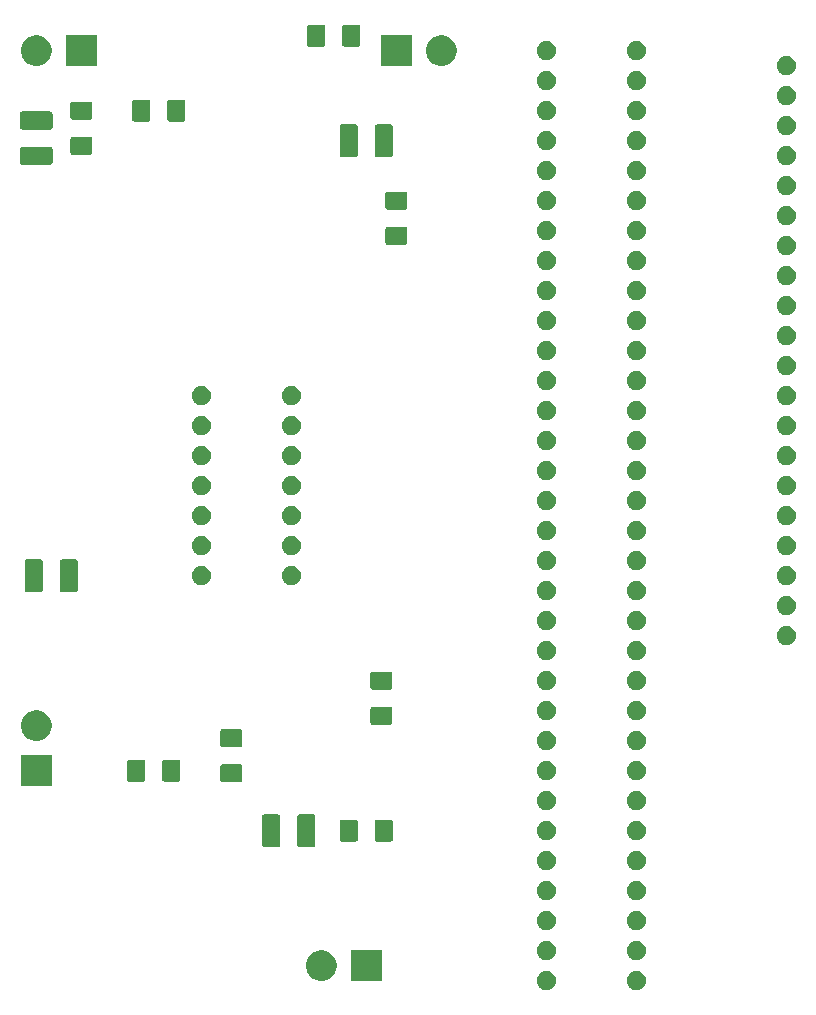
<source format=gts>
G04 #@! TF.GenerationSoftware,KiCad,Pcbnew,(5.1.0)-1*
G04 #@! TF.CreationDate,2019-04-18T19:02:09-04:00*
G04 #@! TF.ProjectId,Gen1,47656e31-2e6b-4696-9361-645f70636258,1*
G04 #@! TF.SameCoordinates,Original*
G04 #@! TF.FileFunction,Soldermask,Top*
G04 #@! TF.FilePolarity,Negative*
%FSLAX46Y46*%
G04 Gerber Fmt 4.6, Leading zero omitted, Abs format (unit mm)*
G04 Created by KiCad (PCBNEW (5.1.0)-1) date 2019-04-18 19:02:09*
%MOMM*%
%LPD*%
G04 APERTURE LIST*
%ADD10C,0.100000*%
G04 APERTURE END LIST*
D10*
G36*
X67547142Y-113518242D02*
G01*
X67695101Y-113579529D01*
X67828255Y-113668499D01*
X67941501Y-113781745D01*
X68030471Y-113914899D01*
X68091758Y-114062858D01*
X68123000Y-114219925D01*
X68123000Y-114380075D01*
X68091758Y-114537142D01*
X68030471Y-114685101D01*
X67941501Y-114818255D01*
X67828255Y-114931501D01*
X67695101Y-115020471D01*
X67547142Y-115081758D01*
X67390075Y-115113000D01*
X67229925Y-115113000D01*
X67072858Y-115081758D01*
X66924899Y-115020471D01*
X66791745Y-114931501D01*
X66678499Y-114818255D01*
X66589529Y-114685101D01*
X66528242Y-114537142D01*
X66497000Y-114380075D01*
X66497000Y-114219925D01*
X66528242Y-114062858D01*
X66589529Y-113914899D01*
X66678499Y-113781745D01*
X66791745Y-113668499D01*
X66924899Y-113579529D01*
X67072858Y-113518242D01*
X67229925Y-113487000D01*
X67390075Y-113487000D01*
X67547142Y-113518242D01*
X67547142Y-113518242D01*
G37*
G36*
X59927142Y-113518242D02*
G01*
X60075101Y-113579529D01*
X60208255Y-113668499D01*
X60321501Y-113781745D01*
X60410471Y-113914899D01*
X60471758Y-114062858D01*
X60503000Y-114219925D01*
X60503000Y-114380075D01*
X60471758Y-114537142D01*
X60410471Y-114685101D01*
X60321501Y-114818255D01*
X60208255Y-114931501D01*
X60075101Y-115020471D01*
X59927142Y-115081758D01*
X59770075Y-115113000D01*
X59609925Y-115113000D01*
X59452858Y-115081758D01*
X59304899Y-115020471D01*
X59171745Y-114931501D01*
X59058499Y-114818255D01*
X58969529Y-114685101D01*
X58908242Y-114537142D01*
X58877000Y-114380075D01*
X58877000Y-114219925D01*
X58908242Y-114062858D01*
X58969529Y-113914899D01*
X59058499Y-113781745D01*
X59171745Y-113668499D01*
X59304899Y-113579529D01*
X59452858Y-113518242D01*
X59609925Y-113487000D01*
X59770075Y-113487000D01*
X59927142Y-113518242D01*
X59927142Y-113518242D01*
G37*
G36*
X45750680Y-114330680D02*
G01*
X43149320Y-114330680D01*
X43149320Y-111729320D01*
X45750680Y-111729320D01*
X45750680Y-114330680D01*
X45750680Y-114330680D01*
G37*
G36*
X41019393Y-111779304D02*
G01*
X41256101Y-111877352D01*
X41256103Y-111877353D01*
X41469135Y-112019696D01*
X41650304Y-112200865D01*
X41792647Y-112413897D01*
X41792648Y-112413899D01*
X41890696Y-112650607D01*
X41940680Y-112901893D01*
X41940680Y-113158107D01*
X41890696Y-113409393D01*
X41820223Y-113579529D01*
X41792647Y-113646103D01*
X41650304Y-113859135D01*
X41469135Y-114040304D01*
X41256103Y-114182647D01*
X41256102Y-114182648D01*
X41256101Y-114182648D01*
X41019393Y-114280696D01*
X40768107Y-114330680D01*
X40511893Y-114330680D01*
X40260607Y-114280696D01*
X40023899Y-114182648D01*
X40023898Y-114182648D01*
X40023897Y-114182647D01*
X39810865Y-114040304D01*
X39629696Y-113859135D01*
X39487353Y-113646103D01*
X39459777Y-113579529D01*
X39389304Y-113409393D01*
X39339320Y-113158107D01*
X39339320Y-112901893D01*
X39389304Y-112650607D01*
X39487352Y-112413899D01*
X39487353Y-112413897D01*
X39629696Y-112200865D01*
X39810865Y-112019696D01*
X40023897Y-111877353D01*
X40023899Y-111877352D01*
X40260607Y-111779304D01*
X40511893Y-111729320D01*
X40768107Y-111729320D01*
X41019393Y-111779304D01*
X41019393Y-111779304D01*
G37*
G36*
X67547142Y-110978242D02*
G01*
X67695101Y-111039529D01*
X67828255Y-111128499D01*
X67941501Y-111241745D01*
X68030471Y-111374899D01*
X68091758Y-111522858D01*
X68123000Y-111679925D01*
X68123000Y-111840075D01*
X68091758Y-111997142D01*
X68030471Y-112145101D01*
X67941501Y-112278255D01*
X67828255Y-112391501D01*
X67695101Y-112480471D01*
X67547142Y-112541758D01*
X67390075Y-112573000D01*
X67229925Y-112573000D01*
X67072858Y-112541758D01*
X66924899Y-112480471D01*
X66791745Y-112391501D01*
X66678499Y-112278255D01*
X66589529Y-112145101D01*
X66528242Y-111997142D01*
X66497000Y-111840075D01*
X66497000Y-111679925D01*
X66528242Y-111522858D01*
X66589529Y-111374899D01*
X66678499Y-111241745D01*
X66791745Y-111128499D01*
X66924899Y-111039529D01*
X67072858Y-110978242D01*
X67229925Y-110947000D01*
X67390075Y-110947000D01*
X67547142Y-110978242D01*
X67547142Y-110978242D01*
G37*
G36*
X59927142Y-110978242D02*
G01*
X60075101Y-111039529D01*
X60208255Y-111128499D01*
X60321501Y-111241745D01*
X60410471Y-111374899D01*
X60471758Y-111522858D01*
X60503000Y-111679925D01*
X60503000Y-111840075D01*
X60471758Y-111997142D01*
X60410471Y-112145101D01*
X60321501Y-112278255D01*
X60208255Y-112391501D01*
X60075101Y-112480471D01*
X59927142Y-112541758D01*
X59770075Y-112573000D01*
X59609925Y-112573000D01*
X59452858Y-112541758D01*
X59304899Y-112480471D01*
X59171745Y-112391501D01*
X59058499Y-112278255D01*
X58969529Y-112145101D01*
X58908242Y-111997142D01*
X58877000Y-111840075D01*
X58877000Y-111679925D01*
X58908242Y-111522858D01*
X58969529Y-111374899D01*
X59058499Y-111241745D01*
X59171745Y-111128499D01*
X59304899Y-111039529D01*
X59452858Y-110978242D01*
X59609925Y-110947000D01*
X59770075Y-110947000D01*
X59927142Y-110978242D01*
X59927142Y-110978242D01*
G37*
G36*
X59927142Y-108438242D02*
G01*
X60075101Y-108499529D01*
X60208255Y-108588499D01*
X60321501Y-108701745D01*
X60410471Y-108834899D01*
X60471758Y-108982858D01*
X60503000Y-109139925D01*
X60503000Y-109300075D01*
X60471758Y-109457142D01*
X60410471Y-109605101D01*
X60321501Y-109738255D01*
X60208255Y-109851501D01*
X60075101Y-109940471D01*
X59927142Y-110001758D01*
X59770075Y-110033000D01*
X59609925Y-110033000D01*
X59452858Y-110001758D01*
X59304899Y-109940471D01*
X59171745Y-109851501D01*
X59058499Y-109738255D01*
X58969529Y-109605101D01*
X58908242Y-109457142D01*
X58877000Y-109300075D01*
X58877000Y-109139925D01*
X58908242Y-108982858D01*
X58969529Y-108834899D01*
X59058499Y-108701745D01*
X59171745Y-108588499D01*
X59304899Y-108499529D01*
X59452858Y-108438242D01*
X59609925Y-108407000D01*
X59770075Y-108407000D01*
X59927142Y-108438242D01*
X59927142Y-108438242D01*
G37*
G36*
X67547142Y-108438242D02*
G01*
X67695101Y-108499529D01*
X67828255Y-108588499D01*
X67941501Y-108701745D01*
X68030471Y-108834899D01*
X68091758Y-108982858D01*
X68123000Y-109139925D01*
X68123000Y-109300075D01*
X68091758Y-109457142D01*
X68030471Y-109605101D01*
X67941501Y-109738255D01*
X67828255Y-109851501D01*
X67695101Y-109940471D01*
X67547142Y-110001758D01*
X67390075Y-110033000D01*
X67229925Y-110033000D01*
X67072858Y-110001758D01*
X66924899Y-109940471D01*
X66791745Y-109851501D01*
X66678499Y-109738255D01*
X66589529Y-109605101D01*
X66528242Y-109457142D01*
X66497000Y-109300075D01*
X66497000Y-109139925D01*
X66528242Y-108982858D01*
X66589529Y-108834899D01*
X66678499Y-108701745D01*
X66791745Y-108588499D01*
X66924899Y-108499529D01*
X67072858Y-108438242D01*
X67229925Y-108407000D01*
X67390075Y-108407000D01*
X67547142Y-108438242D01*
X67547142Y-108438242D01*
G37*
G36*
X67547142Y-105898242D02*
G01*
X67695101Y-105959529D01*
X67828255Y-106048499D01*
X67941501Y-106161745D01*
X68030471Y-106294899D01*
X68091758Y-106442858D01*
X68123000Y-106599925D01*
X68123000Y-106760075D01*
X68091758Y-106917142D01*
X68030471Y-107065101D01*
X67941501Y-107198255D01*
X67828255Y-107311501D01*
X67695101Y-107400471D01*
X67547142Y-107461758D01*
X67390075Y-107493000D01*
X67229925Y-107493000D01*
X67072858Y-107461758D01*
X66924899Y-107400471D01*
X66791745Y-107311501D01*
X66678499Y-107198255D01*
X66589529Y-107065101D01*
X66528242Y-106917142D01*
X66497000Y-106760075D01*
X66497000Y-106599925D01*
X66528242Y-106442858D01*
X66589529Y-106294899D01*
X66678499Y-106161745D01*
X66791745Y-106048499D01*
X66924899Y-105959529D01*
X67072858Y-105898242D01*
X67229925Y-105867000D01*
X67390075Y-105867000D01*
X67547142Y-105898242D01*
X67547142Y-105898242D01*
G37*
G36*
X59927142Y-105898242D02*
G01*
X60075101Y-105959529D01*
X60208255Y-106048499D01*
X60321501Y-106161745D01*
X60410471Y-106294899D01*
X60471758Y-106442858D01*
X60503000Y-106599925D01*
X60503000Y-106760075D01*
X60471758Y-106917142D01*
X60410471Y-107065101D01*
X60321501Y-107198255D01*
X60208255Y-107311501D01*
X60075101Y-107400471D01*
X59927142Y-107461758D01*
X59770075Y-107493000D01*
X59609925Y-107493000D01*
X59452858Y-107461758D01*
X59304899Y-107400471D01*
X59171745Y-107311501D01*
X59058499Y-107198255D01*
X58969529Y-107065101D01*
X58908242Y-106917142D01*
X58877000Y-106760075D01*
X58877000Y-106599925D01*
X58908242Y-106442858D01*
X58969529Y-106294899D01*
X59058499Y-106161745D01*
X59171745Y-106048499D01*
X59304899Y-105959529D01*
X59452858Y-105898242D01*
X59609925Y-105867000D01*
X59770075Y-105867000D01*
X59927142Y-105898242D01*
X59927142Y-105898242D01*
G37*
G36*
X67547142Y-103358242D02*
G01*
X67695101Y-103419529D01*
X67828255Y-103508499D01*
X67941501Y-103621745D01*
X68030471Y-103754899D01*
X68091758Y-103902858D01*
X68123000Y-104059925D01*
X68123000Y-104220075D01*
X68091758Y-104377142D01*
X68030471Y-104525101D01*
X67941501Y-104658255D01*
X67828255Y-104771501D01*
X67695101Y-104860471D01*
X67547142Y-104921758D01*
X67390075Y-104953000D01*
X67229925Y-104953000D01*
X67072858Y-104921758D01*
X66924899Y-104860471D01*
X66791745Y-104771501D01*
X66678499Y-104658255D01*
X66589529Y-104525101D01*
X66528242Y-104377142D01*
X66497000Y-104220075D01*
X66497000Y-104059925D01*
X66528242Y-103902858D01*
X66589529Y-103754899D01*
X66678499Y-103621745D01*
X66791745Y-103508499D01*
X66924899Y-103419529D01*
X67072858Y-103358242D01*
X67229925Y-103327000D01*
X67390075Y-103327000D01*
X67547142Y-103358242D01*
X67547142Y-103358242D01*
G37*
G36*
X59927142Y-103358242D02*
G01*
X60075101Y-103419529D01*
X60208255Y-103508499D01*
X60321501Y-103621745D01*
X60410471Y-103754899D01*
X60471758Y-103902858D01*
X60503000Y-104059925D01*
X60503000Y-104220075D01*
X60471758Y-104377142D01*
X60410471Y-104525101D01*
X60321501Y-104658255D01*
X60208255Y-104771501D01*
X60075101Y-104860471D01*
X59927142Y-104921758D01*
X59770075Y-104953000D01*
X59609925Y-104953000D01*
X59452858Y-104921758D01*
X59304899Y-104860471D01*
X59171745Y-104771501D01*
X59058499Y-104658255D01*
X58969529Y-104525101D01*
X58908242Y-104377142D01*
X58877000Y-104220075D01*
X58877000Y-104059925D01*
X58908242Y-103902858D01*
X58969529Y-103754899D01*
X59058499Y-103621745D01*
X59171745Y-103508499D01*
X59304899Y-103419529D01*
X59452858Y-103358242D01*
X59609925Y-103327000D01*
X59770075Y-103327000D01*
X59927142Y-103358242D01*
X59927142Y-103358242D01*
G37*
G36*
X37008062Y-100228181D02*
G01*
X37042981Y-100238774D01*
X37075163Y-100255976D01*
X37103373Y-100279127D01*
X37126524Y-100307337D01*
X37143726Y-100339519D01*
X37154319Y-100374438D01*
X37158500Y-100416895D01*
X37158500Y-102783105D01*
X37154319Y-102825562D01*
X37143726Y-102860481D01*
X37126524Y-102892663D01*
X37103373Y-102920873D01*
X37075163Y-102944024D01*
X37042981Y-102961226D01*
X37008062Y-102971819D01*
X36965605Y-102976000D01*
X35824395Y-102976000D01*
X35781938Y-102971819D01*
X35747019Y-102961226D01*
X35714837Y-102944024D01*
X35686627Y-102920873D01*
X35663476Y-102892663D01*
X35646274Y-102860481D01*
X35635681Y-102825562D01*
X35631500Y-102783105D01*
X35631500Y-100416895D01*
X35635681Y-100374438D01*
X35646274Y-100339519D01*
X35663476Y-100307337D01*
X35686627Y-100279127D01*
X35714837Y-100255976D01*
X35747019Y-100238774D01*
X35781938Y-100228181D01*
X35824395Y-100224000D01*
X36965605Y-100224000D01*
X37008062Y-100228181D01*
X37008062Y-100228181D01*
G37*
G36*
X39983062Y-100228181D02*
G01*
X40017981Y-100238774D01*
X40050163Y-100255976D01*
X40078373Y-100279127D01*
X40101524Y-100307337D01*
X40118726Y-100339519D01*
X40129319Y-100374438D01*
X40133500Y-100416895D01*
X40133500Y-102783105D01*
X40129319Y-102825562D01*
X40118726Y-102860481D01*
X40101524Y-102892663D01*
X40078373Y-102920873D01*
X40050163Y-102944024D01*
X40017981Y-102961226D01*
X39983062Y-102971819D01*
X39940605Y-102976000D01*
X38799395Y-102976000D01*
X38756938Y-102971819D01*
X38722019Y-102961226D01*
X38689837Y-102944024D01*
X38661627Y-102920873D01*
X38638476Y-102892663D01*
X38621274Y-102860481D01*
X38610681Y-102825562D01*
X38606500Y-102783105D01*
X38606500Y-100416895D01*
X38610681Y-100374438D01*
X38621274Y-100339519D01*
X38638476Y-100307337D01*
X38661627Y-100279127D01*
X38689837Y-100255976D01*
X38722019Y-100238774D01*
X38756938Y-100228181D01*
X38799395Y-100224000D01*
X39940605Y-100224000D01*
X39983062Y-100228181D01*
X39983062Y-100228181D01*
G37*
G36*
X43575562Y-100678181D02*
G01*
X43610481Y-100688774D01*
X43642663Y-100705976D01*
X43670873Y-100729127D01*
X43694024Y-100757337D01*
X43711226Y-100789519D01*
X43721819Y-100824438D01*
X43726000Y-100866895D01*
X43726000Y-102333105D01*
X43721819Y-102375562D01*
X43711226Y-102410481D01*
X43694024Y-102442663D01*
X43670873Y-102470873D01*
X43642663Y-102494024D01*
X43610481Y-102511226D01*
X43575562Y-102521819D01*
X43533105Y-102526000D01*
X42391895Y-102526000D01*
X42349438Y-102521819D01*
X42314519Y-102511226D01*
X42282337Y-102494024D01*
X42254127Y-102470873D01*
X42230976Y-102442663D01*
X42213774Y-102410481D01*
X42203181Y-102375562D01*
X42199000Y-102333105D01*
X42199000Y-100866895D01*
X42203181Y-100824438D01*
X42213774Y-100789519D01*
X42230976Y-100757337D01*
X42254127Y-100729127D01*
X42282337Y-100705976D01*
X42314519Y-100688774D01*
X42349438Y-100678181D01*
X42391895Y-100674000D01*
X43533105Y-100674000D01*
X43575562Y-100678181D01*
X43575562Y-100678181D01*
G37*
G36*
X46550562Y-100678181D02*
G01*
X46585481Y-100688774D01*
X46617663Y-100705976D01*
X46645873Y-100729127D01*
X46669024Y-100757337D01*
X46686226Y-100789519D01*
X46696819Y-100824438D01*
X46701000Y-100866895D01*
X46701000Y-102333105D01*
X46696819Y-102375562D01*
X46686226Y-102410481D01*
X46669024Y-102442663D01*
X46645873Y-102470873D01*
X46617663Y-102494024D01*
X46585481Y-102511226D01*
X46550562Y-102521819D01*
X46508105Y-102526000D01*
X45366895Y-102526000D01*
X45324438Y-102521819D01*
X45289519Y-102511226D01*
X45257337Y-102494024D01*
X45229127Y-102470873D01*
X45205976Y-102442663D01*
X45188774Y-102410481D01*
X45178181Y-102375562D01*
X45174000Y-102333105D01*
X45174000Y-100866895D01*
X45178181Y-100824438D01*
X45188774Y-100789519D01*
X45205976Y-100757337D01*
X45229127Y-100729127D01*
X45257337Y-100705976D01*
X45289519Y-100688774D01*
X45324438Y-100678181D01*
X45366895Y-100674000D01*
X46508105Y-100674000D01*
X46550562Y-100678181D01*
X46550562Y-100678181D01*
G37*
G36*
X59927142Y-100818242D02*
G01*
X60075101Y-100879529D01*
X60208255Y-100968499D01*
X60321501Y-101081745D01*
X60410471Y-101214899D01*
X60471758Y-101362858D01*
X60503000Y-101519925D01*
X60503000Y-101680075D01*
X60471758Y-101837142D01*
X60410471Y-101985101D01*
X60321501Y-102118255D01*
X60208255Y-102231501D01*
X60075101Y-102320471D01*
X59927142Y-102381758D01*
X59770075Y-102413000D01*
X59609925Y-102413000D01*
X59452858Y-102381758D01*
X59304899Y-102320471D01*
X59171745Y-102231501D01*
X59058499Y-102118255D01*
X58969529Y-101985101D01*
X58908242Y-101837142D01*
X58877000Y-101680075D01*
X58877000Y-101519925D01*
X58908242Y-101362858D01*
X58969529Y-101214899D01*
X59058499Y-101081745D01*
X59171745Y-100968499D01*
X59304899Y-100879529D01*
X59452858Y-100818242D01*
X59609925Y-100787000D01*
X59770075Y-100787000D01*
X59927142Y-100818242D01*
X59927142Y-100818242D01*
G37*
G36*
X67547142Y-100818242D02*
G01*
X67695101Y-100879529D01*
X67828255Y-100968499D01*
X67941501Y-101081745D01*
X68030471Y-101214899D01*
X68091758Y-101362858D01*
X68123000Y-101519925D01*
X68123000Y-101680075D01*
X68091758Y-101837142D01*
X68030471Y-101985101D01*
X67941501Y-102118255D01*
X67828255Y-102231501D01*
X67695101Y-102320471D01*
X67547142Y-102381758D01*
X67390075Y-102413000D01*
X67229925Y-102413000D01*
X67072858Y-102381758D01*
X66924899Y-102320471D01*
X66791745Y-102231501D01*
X66678499Y-102118255D01*
X66589529Y-101985101D01*
X66528242Y-101837142D01*
X66497000Y-101680075D01*
X66497000Y-101519925D01*
X66528242Y-101362858D01*
X66589529Y-101214899D01*
X66678499Y-101081745D01*
X66791745Y-100968499D01*
X66924899Y-100879529D01*
X67072858Y-100818242D01*
X67229925Y-100787000D01*
X67390075Y-100787000D01*
X67547142Y-100818242D01*
X67547142Y-100818242D01*
G37*
G36*
X67547142Y-98278242D02*
G01*
X67695101Y-98339529D01*
X67828255Y-98428499D01*
X67941501Y-98541745D01*
X68030471Y-98674899D01*
X68091758Y-98822858D01*
X68123000Y-98979925D01*
X68123000Y-99140075D01*
X68091758Y-99297142D01*
X68030471Y-99445101D01*
X67941501Y-99578255D01*
X67828255Y-99691501D01*
X67695101Y-99780471D01*
X67547142Y-99841758D01*
X67390075Y-99873000D01*
X67229925Y-99873000D01*
X67072858Y-99841758D01*
X66924899Y-99780471D01*
X66791745Y-99691501D01*
X66678499Y-99578255D01*
X66589529Y-99445101D01*
X66528242Y-99297142D01*
X66497000Y-99140075D01*
X66497000Y-98979925D01*
X66528242Y-98822858D01*
X66589529Y-98674899D01*
X66678499Y-98541745D01*
X66791745Y-98428499D01*
X66924899Y-98339529D01*
X67072858Y-98278242D01*
X67229925Y-98247000D01*
X67390075Y-98247000D01*
X67547142Y-98278242D01*
X67547142Y-98278242D01*
G37*
G36*
X59927142Y-98278242D02*
G01*
X60075101Y-98339529D01*
X60208255Y-98428499D01*
X60321501Y-98541745D01*
X60410471Y-98674899D01*
X60471758Y-98822858D01*
X60503000Y-98979925D01*
X60503000Y-99140075D01*
X60471758Y-99297142D01*
X60410471Y-99445101D01*
X60321501Y-99578255D01*
X60208255Y-99691501D01*
X60075101Y-99780471D01*
X59927142Y-99841758D01*
X59770075Y-99873000D01*
X59609925Y-99873000D01*
X59452858Y-99841758D01*
X59304899Y-99780471D01*
X59171745Y-99691501D01*
X59058499Y-99578255D01*
X58969529Y-99445101D01*
X58908242Y-99297142D01*
X58877000Y-99140075D01*
X58877000Y-98979925D01*
X58908242Y-98822858D01*
X58969529Y-98674899D01*
X59058499Y-98541745D01*
X59171745Y-98428499D01*
X59304899Y-98339529D01*
X59452858Y-98278242D01*
X59609925Y-98247000D01*
X59770075Y-98247000D01*
X59927142Y-98278242D01*
X59927142Y-98278242D01*
G37*
G36*
X17810680Y-97820680D02*
G01*
X15209320Y-97820680D01*
X15209320Y-95219320D01*
X17810680Y-95219320D01*
X17810680Y-97820680D01*
X17810680Y-97820680D01*
G37*
G36*
X33795562Y-95978181D02*
G01*
X33830481Y-95988774D01*
X33862663Y-96005976D01*
X33890873Y-96029127D01*
X33914024Y-96057337D01*
X33931226Y-96089519D01*
X33941819Y-96124438D01*
X33946000Y-96166895D01*
X33946000Y-97308105D01*
X33941819Y-97350562D01*
X33931226Y-97385481D01*
X33914024Y-97417663D01*
X33890873Y-97445873D01*
X33862663Y-97469024D01*
X33830481Y-97486226D01*
X33795562Y-97496819D01*
X33753105Y-97501000D01*
X32286895Y-97501000D01*
X32244438Y-97496819D01*
X32209519Y-97486226D01*
X32177337Y-97469024D01*
X32149127Y-97445873D01*
X32125976Y-97417663D01*
X32108774Y-97385481D01*
X32098181Y-97350562D01*
X32094000Y-97308105D01*
X32094000Y-96166895D01*
X32098181Y-96124438D01*
X32108774Y-96089519D01*
X32125976Y-96057337D01*
X32149127Y-96029127D01*
X32177337Y-96005976D01*
X32209519Y-95988774D01*
X32244438Y-95978181D01*
X32286895Y-95974000D01*
X33753105Y-95974000D01*
X33795562Y-95978181D01*
X33795562Y-95978181D01*
G37*
G36*
X25578062Y-95598181D02*
G01*
X25612981Y-95608774D01*
X25645163Y-95625976D01*
X25673373Y-95649127D01*
X25696524Y-95677337D01*
X25713726Y-95709519D01*
X25724319Y-95744438D01*
X25728500Y-95786895D01*
X25728500Y-97253105D01*
X25724319Y-97295562D01*
X25713726Y-97330481D01*
X25696524Y-97362663D01*
X25673373Y-97390873D01*
X25645163Y-97414024D01*
X25612981Y-97431226D01*
X25578062Y-97441819D01*
X25535605Y-97446000D01*
X24394395Y-97446000D01*
X24351938Y-97441819D01*
X24317019Y-97431226D01*
X24284837Y-97414024D01*
X24256627Y-97390873D01*
X24233476Y-97362663D01*
X24216274Y-97330481D01*
X24205681Y-97295562D01*
X24201500Y-97253105D01*
X24201500Y-95786895D01*
X24205681Y-95744438D01*
X24216274Y-95709519D01*
X24233476Y-95677337D01*
X24256627Y-95649127D01*
X24284837Y-95625976D01*
X24317019Y-95608774D01*
X24351938Y-95598181D01*
X24394395Y-95594000D01*
X25535605Y-95594000D01*
X25578062Y-95598181D01*
X25578062Y-95598181D01*
G37*
G36*
X28553062Y-95598181D02*
G01*
X28587981Y-95608774D01*
X28620163Y-95625976D01*
X28648373Y-95649127D01*
X28671524Y-95677337D01*
X28688726Y-95709519D01*
X28699319Y-95744438D01*
X28703500Y-95786895D01*
X28703500Y-97253105D01*
X28699319Y-97295562D01*
X28688726Y-97330481D01*
X28671524Y-97362663D01*
X28648373Y-97390873D01*
X28620163Y-97414024D01*
X28587981Y-97431226D01*
X28553062Y-97441819D01*
X28510605Y-97446000D01*
X27369395Y-97446000D01*
X27326938Y-97441819D01*
X27292019Y-97431226D01*
X27259837Y-97414024D01*
X27231627Y-97390873D01*
X27208476Y-97362663D01*
X27191274Y-97330481D01*
X27180681Y-97295562D01*
X27176500Y-97253105D01*
X27176500Y-95786895D01*
X27180681Y-95744438D01*
X27191274Y-95709519D01*
X27208476Y-95677337D01*
X27231627Y-95649127D01*
X27259837Y-95625976D01*
X27292019Y-95608774D01*
X27326938Y-95598181D01*
X27369395Y-95594000D01*
X28510605Y-95594000D01*
X28553062Y-95598181D01*
X28553062Y-95598181D01*
G37*
G36*
X59927142Y-95738242D02*
G01*
X60075101Y-95799529D01*
X60208255Y-95888499D01*
X60321501Y-96001745D01*
X60410471Y-96134899D01*
X60471758Y-96282858D01*
X60503000Y-96439925D01*
X60503000Y-96600075D01*
X60471758Y-96757142D01*
X60410471Y-96905101D01*
X60321501Y-97038255D01*
X60208255Y-97151501D01*
X60075101Y-97240471D01*
X59927142Y-97301758D01*
X59770075Y-97333000D01*
X59609925Y-97333000D01*
X59452858Y-97301758D01*
X59304899Y-97240471D01*
X59171745Y-97151501D01*
X59058499Y-97038255D01*
X58969529Y-96905101D01*
X58908242Y-96757142D01*
X58877000Y-96600075D01*
X58877000Y-96439925D01*
X58908242Y-96282858D01*
X58969529Y-96134899D01*
X59058499Y-96001745D01*
X59171745Y-95888499D01*
X59304899Y-95799529D01*
X59452858Y-95738242D01*
X59609925Y-95707000D01*
X59770075Y-95707000D01*
X59927142Y-95738242D01*
X59927142Y-95738242D01*
G37*
G36*
X67547142Y-95738242D02*
G01*
X67695101Y-95799529D01*
X67828255Y-95888499D01*
X67941501Y-96001745D01*
X68030471Y-96134899D01*
X68091758Y-96282858D01*
X68123000Y-96439925D01*
X68123000Y-96600075D01*
X68091758Y-96757142D01*
X68030471Y-96905101D01*
X67941501Y-97038255D01*
X67828255Y-97151501D01*
X67695101Y-97240471D01*
X67547142Y-97301758D01*
X67390075Y-97333000D01*
X67229925Y-97333000D01*
X67072858Y-97301758D01*
X66924899Y-97240471D01*
X66791745Y-97151501D01*
X66678499Y-97038255D01*
X66589529Y-96905101D01*
X66528242Y-96757142D01*
X66497000Y-96600075D01*
X66497000Y-96439925D01*
X66528242Y-96282858D01*
X66589529Y-96134899D01*
X66678499Y-96001745D01*
X66791745Y-95888499D01*
X66924899Y-95799529D01*
X67072858Y-95738242D01*
X67229925Y-95707000D01*
X67390075Y-95707000D01*
X67547142Y-95738242D01*
X67547142Y-95738242D01*
G37*
G36*
X59927142Y-93198242D02*
G01*
X60075101Y-93259529D01*
X60208255Y-93348499D01*
X60321501Y-93461745D01*
X60410471Y-93594899D01*
X60471758Y-93742858D01*
X60503000Y-93899925D01*
X60503000Y-94060075D01*
X60471758Y-94217142D01*
X60410471Y-94365101D01*
X60321501Y-94498255D01*
X60208255Y-94611501D01*
X60075101Y-94700471D01*
X59927142Y-94761758D01*
X59770075Y-94793000D01*
X59609925Y-94793000D01*
X59452858Y-94761758D01*
X59304899Y-94700471D01*
X59171745Y-94611501D01*
X59058499Y-94498255D01*
X58969529Y-94365101D01*
X58908242Y-94217142D01*
X58877000Y-94060075D01*
X58877000Y-93899925D01*
X58908242Y-93742858D01*
X58969529Y-93594899D01*
X59058499Y-93461745D01*
X59171745Y-93348499D01*
X59304899Y-93259529D01*
X59452858Y-93198242D01*
X59609925Y-93167000D01*
X59770075Y-93167000D01*
X59927142Y-93198242D01*
X59927142Y-93198242D01*
G37*
G36*
X67547142Y-93198242D02*
G01*
X67695101Y-93259529D01*
X67828255Y-93348499D01*
X67941501Y-93461745D01*
X68030471Y-93594899D01*
X68091758Y-93742858D01*
X68123000Y-93899925D01*
X68123000Y-94060075D01*
X68091758Y-94217142D01*
X68030471Y-94365101D01*
X67941501Y-94498255D01*
X67828255Y-94611501D01*
X67695101Y-94700471D01*
X67547142Y-94761758D01*
X67390075Y-94793000D01*
X67229925Y-94793000D01*
X67072858Y-94761758D01*
X66924899Y-94700471D01*
X66791745Y-94611501D01*
X66678499Y-94498255D01*
X66589529Y-94365101D01*
X66528242Y-94217142D01*
X66497000Y-94060075D01*
X66497000Y-93899925D01*
X66528242Y-93742858D01*
X66589529Y-93594899D01*
X66678499Y-93461745D01*
X66791745Y-93348499D01*
X66924899Y-93259529D01*
X67072858Y-93198242D01*
X67229925Y-93167000D01*
X67390075Y-93167000D01*
X67547142Y-93198242D01*
X67547142Y-93198242D01*
G37*
G36*
X33795562Y-93003181D02*
G01*
X33830481Y-93013774D01*
X33862663Y-93030976D01*
X33890873Y-93054127D01*
X33914024Y-93082337D01*
X33931226Y-93114519D01*
X33941819Y-93149438D01*
X33946000Y-93191895D01*
X33946000Y-94333105D01*
X33941819Y-94375562D01*
X33931226Y-94410481D01*
X33914024Y-94442663D01*
X33890873Y-94470873D01*
X33862663Y-94494024D01*
X33830481Y-94511226D01*
X33795562Y-94521819D01*
X33753105Y-94526000D01*
X32286895Y-94526000D01*
X32244438Y-94521819D01*
X32209519Y-94511226D01*
X32177337Y-94494024D01*
X32149127Y-94470873D01*
X32125976Y-94442663D01*
X32108774Y-94410481D01*
X32098181Y-94375562D01*
X32094000Y-94333105D01*
X32094000Y-93191895D01*
X32098181Y-93149438D01*
X32108774Y-93114519D01*
X32125976Y-93082337D01*
X32149127Y-93054127D01*
X32177337Y-93030976D01*
X32209519Y-93013774D01*
X32244438Y-93003181D01*
X32286895Y-92999000D01*
X33753105Y-92999000D01*
X33795562Y-93003181D01*
X33795562Y-93003181D01*
G37*
G36*
X16889393Y-91459304D02*
G01*
X17126101Y-91557352D01*
X17126103Y-91557353D01*
X17339135Y-91699696D01*
X17520304Y-91880865D01*
X17662647Y-92093897D01*
X17662648Y-92093899D01*
X17760696Y-92330607D01*
X17810680Y-92581893D01*
X17810680Y-92838107D01*
X17760696Y-93089393D01*
X17690223Y-93259529D01*
X17662647Y-93326103D01*
X17520304Y-93539135D01*
X17339135Y-93720304D01*
X17126103Y-93862647D01*
X17126102Y-93862648D01*
X17126101Y-93862648D01*
X16889393Y-93960696D01*
X16638107Y-94010680D01*
X16381893Y-94010680D01*
X16130607Y-93960696D01*
X15893899Y-93862648D01*
X15893898Y-93862648D01*
X15893897Y-93862647D01*
X15680865Y-93720304D01*
X15499696Y-93539135D01*
X15357353Y-93326103D01*
X15329777Y-93259529D01*
X15259304Y-93089393D01*
X15209320Y-92838107D01*
X15209320Y-92581893D01*
X15259304Y-92330607D01*
X15357352Y-92093899D01*
X15357353Y-92093897D01*
X15499696Y-91880865D01*
X15680865Y-91699696D01*
X15893897Y-91557353D01*
X15893899Y-91557352D01*
X16130607Y-91459304D01*
X16381893Y-91409320D01*
X16638107Y-91409320D01*
X16889393Y-91459304D01*
X16889393Y-91459304D01*
G37*
G36*
X46495562Y-91115681D02*
G01*
X46530481Y-91126274D01*
X46562663Y-91143476D01*
X46590873Y-91166627D01*
X46614024Y-91194837D01*
X46631226Y-91227019D01*
X46641819Y-91261938D01*
X46646000Y-91304395D01*
X46646000Y-92445605D01*
X46641819Y-92488062D01*
X46631226Y-92522981D01*
X46614024Y-92555163D01*
X46590873Y-92583373D01*
X46562663Y-92606524D01*
X46530481Y-92623726D01*
X46495562Y-92634319D01*
X46453105Y-92638500D01*
X44986895Y-92638500D01*
X44944438Y-92634319D01*
X44909519Y-92623726D01*
X44877337Y-92606524D01*
X44849127Y-92583373D01*
X44825976Y-92555163D01*
X44808774Y-92522981D01*
X44798181Y-92488062D01*
X44794000Y-92445605D01*
X44794000Y-91304395D01*
X44798181Y-91261938D01*
X44808774Y-91227019D01*
X44825976Y-91194837D01*
X44849127Y-91166627D01*
X44877337Y-91143476D01*
X44909519Y-91126274D01*
X44944438Y-91115681D01*
X44986895Y-91111500D01*
X46453105Y-91111500D01*
X46495562Y-91115681D01*
X46495562Y-91115681D01*
G37*
G36*
X59927142Y-90658242D02*
G01*
X60075101Y-90719529D01*
X60208255Y-90808499D01*
X60321501Y-90921745D01*
X60410471Y-91054899D01*
X60471758Y-91202858D01*
X60503000Y-91359925D01*
X60503000Y-91520075D01*
X60471758Y-91677142D01*
X60410471Y-91825101D01*
X60321501Y-91958255D01*
X60208255Y-92071501D01*
X60075101Y-92160471D01*
X59927142Y-92221758D01*
X59770075Y-92253000D01*
X59609925Y-92253000D01*
X59452858Y-92221758D01*
X59304899Y-92160471D01*
X59171745Y-92071501D01*
X59058499Y-91958255D01*
X58969529Y-91825101D01*
X58908242Y-91677142D01*
X58877000Y-91520075D01*
X58877000Y-91359925D01*
X58908242Y-91202858D01*
X58969529Y-91054899D01*
X59058499Y-90921745D01*
X59171745Y-90808499D01*
X59304899Y-90719529D01*
X59452858Y-90658242D01*
X59609925Y-90627000D01*
X59770075Y-90627000D01*
X59927142Y-90658242D01*
X59927142Y-90658242D01*
G37*
G36*
X67547142Y-90658242D02*
G01*
X67695101Y-90719529D01*
X67828255Y-90808499D01*
X67941501Y-90921745D01*
X68030471Y-91054899D01*
X68091758Y-91202858D01*
X68123000Y-91359925D01*
X68123000Y-91520075D01*
X68091758Y-91677142D01*
X68030471Y-91825101D01*
X67941501Y-91958255D01*
X67828255Y-92071501D01*
X67695101Y-92160471D01*
X67547142Y-92221758D01*
X67390075Y-92253000D01*
X67229925Y-92253000D01*
X67072858Y-92221758D01*
X66924899Y-92160471D01*
X66791745Y-92071501D01*
X66678499Y-91958255D01*
X66589529Y-91825101D01*
X66528242Y-91677142D01*
X66497000Y-91520075D01*
X66497000Y-91359925D01*
X66528242Y-91202858D01*
X66589529Y-91054899D01*
X66678499Y-90921745D01*
X66791745Y-90808499D01*
X66924899Y-90719529D01*
X67072858Y-90658242D01*
X67229925Y-90627000D01*
X67390075Y-90627000D01*
X67547142Y-90658242D01*
X67547142Y-90658242D01*
G37*
G36*
X67547142Y-88118242D02*
G01*
X67695101Y-88179529D01*
X67828255Y-88268499D01*
X67941501Y-88381745D01*
X68030471Y-88514899D01*
X68091758Y-88662858D01*
X68123000Y-88819925D01*
X68123000Y-88980075D01*
X68091758Y-89137142D01*
X68030471Y-89285101D01*
X67941501Y-89418255D01*
X67828255Y-89531501D01*
X67695101Y-89620471D01*
X67547142Y-89681758D01*
X67390075Y-89713000D01*
X67229925Y-89713000D01*
X67072858Y-89681758D01*
X66924899Y-89620471D01*
X66791745Y-89531501D01*
X66678499Y-89418255D01*
X66589529Y-89285101D01*
X66528242Y-89137142D01*
X66497000Y-88980075D01*
X66497000Y-88819925D01*
X66528242Y-88662858D01*
X66589529Y-88514899D01*
X66678499Y-88381745D01*
X66791745Y-88268499D01*
X66924899Y-88179529D01*
X67072858Y-88118242D01*
X67229925Y-88087000D01*
X67390075Y-88087000D01*
X67547142Y-88118242D01*
X67547142Y-88118242D01*
G37*
G36*
X59927142Y-88118242D02*
G01*
X60075101Y-88179529D01*
X60208255Y-88268499D01*
X60321501Y-88381745D01*
X60410471Y-88514899D01*
X60471758Y-88662858D01*
X60503000Y-88819925D01*
X60503000Y-88980075D01*
X60471758Y-89137142D01*
X60410471Y-89285101D01*
X60321501Y-89418255D01*
X60208255Y-89531501D01*
X60075101Y-89620471D01*
X59927142Y-89681758D01*
X59770075Y-89713000D01*
X59609925Y-89713000D01*
X59452858Y-89681758D01*
X59304899Y-89620471D01*
X59171745Y-89531501D01*
X59058499Y-89418255D01*
X58969529Y-89285101D01*
X58908242Y-89137142D01*
X58877000Y-88980075D01*
X58877000Y-88819925D01*
X58908242Y-88662858D01*
X58969529Y-88514899D01*
X59058499Y-88381745D01*
X59171745Y-88268499D01*
X59304899Y-88179529D01*
X59452858Y-88118242D01*
X59609925Y-88087000D01*
X59770075Y-88087000D01*
X59927142Y-88118242D01*
X59927142Y-88118242D01*
G37*
G36*
X46495562Y-88140681D02*
G01*
X46530481Y-88151274D01*
X46562663Y-88168476D01*
X46590873Y-88191627D01*
X46614024Y-88219837D01*
X46631226Y-88252019D01*
X46641819Y-88286938D01*
X46646000Y-88329395D01*
X46646000Y-89470605D01*
X46641819Y-89513062D01*
X46631226Y-89547981D01*
X46614024Y-89580163D01*
X46590873Y-89608373D01*
X46562663Y-89631524D01*
X46530481Y-89648726D01*
X46495562Y-89659319D01*
X46453105Y-89663500D01*
X44986895Y-89663500D01*
X44944438Y-89659319D01*
X44909519Y-89648726D01*
X44877337Y-89631524D01*
X44849127Y-89608373D01*
X44825976Y-89580163D01*
X44808774Y-89547981D01*
X44798181Y-89513062D01*
X44794000Y-89470605D01*
X44794000Y-88329395D01*
X44798181Y-88286938D01*
X44808774Y-88252019D01*
X44825976Y-88219837D01*
X44849127Y-88191627D01*
X44877337Y-88168476D01*
X44909519Y-88151274D01*
X44944438Y-88140681D01*
X44986895Y-88136500D01*
X46453105Y-88136500D01*
X46495562Y-88140681D01*
X46495562Y-88140681D01*
G37*
G36*
X59927142Y-85578242D02*
G01*
X60075101Y-85639529D01*
X60208255Y-85728499D01*
X60321501Y-85841745D01*
X60410471Y-85974899D01*
X60471758Y-86122858D01*
X60503000Y-86279925D01*
X60503000Y-86440075D01*
X60471758Y-86597142D01*
X60410471Y-86745101D01*
X60321501Y-86878255D01*
X60208255Y-86991501D01*
X60075101Y-87080471D01*
X59927142Y-87141758D01*
X59770075Y-87173000D01*
X59609925Y-87173000D01*
X59452858Y-87141758D01*
X59304899Y-87080471D01*
X59171745Y-86991501D01*
X59058499Y-86878255D01*
X58969529Y-86745101D01*
X58908242Y-86597142D01*
X58877000Y-86440075D01*
X58877000Y-86279925D01*
X58908242Y-86122858D01*
X58969529Y-85974899D01*
X59058499Y-85841745D01*
X59171745Y-85728499D01*
X59304899Y-85639529D01*
X59452858Y-85578242D01*
X59609925Y-85547000D01*
X59770075Y-85547000D01*
X59927142Y-85578242D01*
X59927142Y-85578242D01*
G37*
G36*
X67547142Y-85578242D02*
G01*
X67695101Y-85639529D01*
X67828255Y-85728499D01*
X67941501Y-85841745D01*
X68030471Y-85974899D01*
X68091758Y-86122858D01*
X68123000Y-86279925D01*
X68123000Y-86440075D01*
X68091758Y-86597142D01*
X68030471Y-86745101D01*
X67941501Y-86878255D01*
X67828255Y-86991501D01*
X67695101Y-87080471D01*
X67547142Y-87141758D01*
X67390075Y-87173000D01*
X67229925Y-87173000D01*
X67072858Y-87141758D01*
X66924899Y-87080471D01*
X66791745Y-86991501D01*
X66678499Y-86878255D01*
X66589529Y-86745101D01*
X66528242Y-86597142D01*
X66497000Y-86440075D01*
X66497000Y-86279925D01*
X66528242Y-86122858D01*
X66589529Y-85974899D01*
X66678499Y-85841745D01*
X66791745Y-85728499D01*
X66924899Y-85639529D01*
X67072858Y-85578242D01*
X67229925Y-85547000D01*
X67390075Y-85547000D01*
X67547142Y-85578242D01*
X67547142Y-85578242D01*
G37*
G36*
X80247142Y-84308242D02*
G01*
X80395101Y-84369529D01*
X80528255Y-84458499D01*
X80641501Y-84571745D01*
X80730471Y-84704899D01*
X80791758Y-84852858D01*
X80823000Y-85009925D01*
X80823000Y-85170075D01*
X80791758Y-85327142D01*
X80730471Y-85475101D01*
X80641501Y-85608255D01*
X80528255Y-85721501D01*
X80395101Y-85810471D01*
X80247142Y-85871758D01*
X80090075Y-85903000D01*
X79929925Y-85903000D01*
X79772858Y-85871758D01*
X79624899Y-85810471D01*
X79491745Y-85721501D01*
X79378499Y-85608255D01*
X79289529Y-85475101D01*
X79228242Y-85327142D01*
X79197000Y-85170075D01*
X79197000Y-85009925D01*
X79228242Y-84852858D01*
X79289529Y-84704899D01*
X79378499Y-84571745D01*
X79491745Y-84458499D01*
X79624899Y-84369529D01*
X79772858Y-84308242D01*
X79929925Y-84277000D01*
X80090075Y-84277000D01*
X80247142Y-84308242D01*
X80247142Y-84308242D01*
G37*
G36*
X67547142Y-83038242D02*
G01*
X67695101Y-83099529D01*
X67828255Y-83188499D01*
X67941501Y-83301745D01*
X68030471Y-83434899D01*
X68091758Y-83582858D01*
X68123000Y-83739925D01*
X68123000Y-83900075D01*
X68091758Y-84057142D01*
X68030471Y-84205101D01*
X67941501Y-84338255D01*
X67828255Y-84451501D01*
X67695101Y-84540471D01*
X67547142Y-84601758D01*
X67390075Y-84633000D01*
X67229925Y-84633000D01*
X67072858Y-84601758D01*
X66924899Y-84540471D01*
X66791745Y-84451501D01*
X66678499Y-84338255D01*
X66589529Y-84205101D01*
X66528242Y-84057142D01*
X66497000Y-83900075D01*
X66497000Y-83739925D01*
X66528242Y-83582858D01*
X66589529Y-83434899D01*
X66678499Y-83301745D01*
X66791745Y-83188499D01*
X66924899Y-83099529D01*
X67072858Y-83038242D01*
X67229925Y-83007000D01*
X67390075Y-83007000D01*
X67547142Y-83038242D01*
X67547142Y-83038242D01*
G37*
G36*
X59927142Y-83038242D02*
G01*
X60075101Y-83099529D01*
X60208255Y-83188499D01*
X60321501Y-83301745D01*
X60410471Y-83434899D01*
X60471758Y-83582858D01*
X60503000Y-83739925D01*
X60503000Y-83900075D01*
X60471758Y-84057142D01*
X60410471Y-84205101D01*
X60321501Y-84338255D01*
X60208255Y-84451501D01*
X60075101Y-84540471D01*
X59927142Y-84601758D01*
X59770075Y-84633000D01*
X59609925Y-84633000D01*
X59452858Y-84601758D01*
X59304899Y-84540471D01*
X59171745Y-84451501D01*
X59058499Y-84338255D01*
X58969529Y-84205101D01*
X58908242Y-84057142D01*
X58877000Y-83900075D01*
X58877000Y-83739925D01*
X58908242Y-83582858D01*
X58969529Y-83434899D01*
X59058499Y-83301745D01*
X59171745Y-83188499D01*
X59304899Y-83099529D01*
X59452858Y-83038242D01*
X59609925Y-83007000D01*
X59770075Y-83007000D01*
X59927142Y-83038242D01*
X59927142Y-83038242D01*
G37*
G36*
X80247142Y-81768242D02*
G01*
X80395101Y-81829529D01*
X80528255Y-81918499D01*
X80641501Y-82031745D01*
X80730471Y-82164899D01*
X80791758Y-82312858D01*
X80823000Y-82469925D01*
X80823000Y-82630075D01*
X80791758Y-82787142D01*
X80730471Y-82935101D01*
X80641501Y-83068255D01*
X80528255Y-83181501D01*
X80395101Y-83270471D01*
X80247142Y-83331758D01*
X80090075Y-83363000D01*
X79929925Y-83363000D01*
X79772858Y-83331758D01*
X79624899Y-83270471D01*
X79491745Y-83181501D01*
X79378499Y-83068255D01*
X79289529Y-82935101D01*
X79228242Y-82787142D01*
X79197000Y-82630075D01*
X79197000Y-82469925D01*
X79228242Y-82312858D01*
X79289529Y-82164899D01*
X79378499Y-82031745D01*
X79491745Y-81918499D01*
X79624899Y-81829529D01*
X79772858Y-81768242D01*
X79929925Y-81737000D01*
X80090075Y-81737000D01*
X80247142Y-81768242D01*
X80247142Y-81768242D01*
G37*
G36*
X67547142Y-80498242D02*
G01*
X67695101Y-80559529D01*
X67828255Y-80648499D01*
X67941501Y-80761745D01*
X68030471Y-80894899D01*
X68091758Y-81042858D01*
X68123000Y-81199925D01*
X68123000Y-81360075D01*
X68091758Y-81517142D01*
X68030471Y-81665101D01*
X67941501Y-81798255D01*
X67828255Y-81911501D01*
X67695101Y-82000471D01*
X67547142Y-82061758D01*
X67390075Y-82093000D01*
X67229925Y-82093000D01*
X67072858Y-82061758D01*
X66924899Y-82000471D01*
X66791745Y-81911501D01*
X66678499Y-81798255D01*
X66589529Y-81665101D01*
X66528242Y-81517142D01*
X66497000Y-81360075D01*
X66497000Y-81199925D01*
X66528242Y-81042858D01*
X66589529Y-80894899D01*
X66678499Y-80761745D01*
X66791745Y-80648499D01*
X66924899Y-80559529D01*
X67072858Y-80498242D01*
X67229925Y-80467000D01*
X67390075Y-80467000D01*
X67547142Y-80498242D01*
X67547142Y-80498242D01*
G37*
G36*
X59927142Y-80498242D02*
G01*
X60075101Y-80559529D01*
X60208255Y-80648499D01*
X60321501Y-80761745D01*
X60410471Y-80894899D01*
X60471758Y-81042858D01*
X60503000Y-81199925D01*
X60503000Y-81360075D01*
X60471758Y-81517142D01*
X60410471Y-81665101D01*
X60321501Y-81798255D01*
X60208255Y-81911501D01*
X60075101Y-82000471D01*
X59927142Y-82061758D01*
X59770075Y-82093000D01*
X59609925Y-82093000D01*
X59452858Y-82061758D01*
X59304899Y-82000471D01*
X59171745Y-81911501D01*
X59058499Y-81798255D01*
X58969529Y-81665101D01*
X58908242Y-81517142D01*
X58877000Y-81360075D01*
X58877000Y-81199925D01*
X58908242Y-81042858D01*
X58969529Y-80894899D01*
X59058499Y-80761745D01*
X59171745Y-80648499D01*
X59304899Y-80559529D01*
X59452858Y-80498242D01*
X59609925Y-80467000D01*
X59770075Y-80467000D01*
X59927142Y-80498242D01*
X59927142Y-80498242D01*
G37*
G36*
X16905562Y-78638181D02*
G01*
X16940481Y-78648774D01*
X16972663Y-78665976D01*
X17000873Y-78689127D01*
X17024024Y-78717337D01*
X17041226Y-78749519D01*
X17051819Y-78784438D01*
X17056000Y-78826895D01*
X17056000Y-81193105D01*
X17051819Y-81235562D01*
X17041226Y-81270481D01*
X17024024Y-81302663D01*
X17000873Y-81330873D01*
X16972663Y-81354024D01*
X16940481Y-81371226D01*
X16905562Y-81381819D01*
X16863105Y-81386000D01*
X15721895Y-81386000D01*
X15679438Y-81381819D01*
X15644519Y-81371226D01*
X15612337Y-81354024D01*
X15584127Y-81330873D01*
X15560976Y-81302663D01*
X15543774Y-81270481D01*
X15533181Y-81235562D01*
X15529000Y-81193105D01*
X15529000Y-78826895D01*
X15533181Y-78784438D01*
X15543774Y-78749519D01*
X15560976Y-78717337D01*
X15584127Y-78689127D01*
X15612337Y-78665976D01*
X15644519Y-78648774D01*
X15679438Y-78638181D01*
X15721895Y-78634000D01*
X16863105Y-78634000D01*
X16905562Y-78638181D01*
X16905562Y-78638181D01*
G37*
G36*
X19880562Y-78638181D02*
G01*
X19915481Y-78648774D01*
X19947663Y-78665976D01*
X19975873Y-78689127D01*
X19999024Y-78717337D01*
X20016226Y-78749519D01*
X20026819Y-78784438D01*
X20031000Y-78826895D01*
X20031000Y-81193105D01*
X20026819Y-81235562D01*
X20016226Y-81270481D01*
X19999024Y-81302663D01*
X19975873Y-81330873D01*
X19947663Y-81354024D01*
X19915481Y-81371226D01*
X19880562Y-81381819D01*
X19838105Y-81386000D01*
X18696895Y-81386000D01*
X18654438Y-81381819D01*
X18619519Y-81371226D01*
X18587337Y-81354024D01*
X18559127Y-81330873D01*
X18535976Y-81302663D01*
X18518774Y-81270481D01*
X18508181Y-81235562D01*
X18504000Y-81193105D01*
X18504000Y-78826895D01*
X18508181Y-78784438D01*
X18518774Y-78749519D01*
X18535976Y-78717337D01*
X18559127Y-78689127D01*
X18587337Y-78665976D01*
X18619519Y-78648774D01*
X18654438Y-78638181D01*
X18696895Y-78634000D01*
X19838105Y-78634000D01*
X19880562Y-78638181D01*
X19880562Y-78638181D01*
G37*
G36*
X80247142Y-79228242D02*
G01*
X80395101Y-79289529D01*
X80528255Y-79378499D01*
X80641501Y-79491745D01*
X80730471Y-79624899D01*
X80791758Y-79772858D01*
X80823000Y-79929925D01*
X80823000Y-80090075D01*
X80791758Y-80247142D01*
X80730471Y-80395101D01*
X80641501Y-80528255D01*
X80528255Y-80641501D01*
X80395101Y-80730471D01*
X80247142Y-80791758D01*
X80090075Y-80823000D01*
X79929925Y-80823000D01*
X79772858Y-80791758D01*
X79624899Y-80730471D01*
X79491745Y-80641501D01*
X79378499Y-80528255D01*
X79289529Y-80395101D01*
X79228242Y-80247142D01*
X79197000Y-80090075D01*
X79197000Y-79929925D01*
X79228242Y-79772858D01*
X79289529Y-79624899D01*
X79378499Y-79491745D01*
X79491745Y-79378499D01*
X79624899Y-79289529D01*
X79772858Y-79228242D01*
X79929925Y-79197000D01*
X80090075Y-79197000D01*
X80247142Y-79228242D01*
X80247142Y-79228242D01*
G37*
G36*
X38337142Y-79228242D02*
G01*
X38485101Y-79289529D01*
X38618255Y-79378499D01*
X38731501Y-79491745D01*
X38820471Y-79624899D01*
X38881758Y-79772858D01*
X38913000Y-79929925D01*
X38913000Y-80090075D01*
X38881758Y-80247142D01*
X38820471Y-80395101D01*
X38731501Y-80528255D01*
X38618255Y-80641501D01*
X38485101Y-80730471D01*
X38337142Y-80791758D01*
X38180075Y-80823000D01*
X38019925Y-80823000D01*
X37862858Y-80791758D01*
X37714899Y-80730471D01*
X37581745Y-80641501D01*
X37468499Y-80528255D01*
X37379529Y-80395101D01*
X37318242Y-80247142D01*
X37287000Y-80090075D01*
X37287000Y-79929925D01*
X37318242Y-79772858D01*
X37379529Y-79624899D01*
X37468499Y-79491745D01*
X37581745Y-79378499D01*
X37714899Y-79289529D01*
X37862858Y-79228242D01*
X38019925Y-79197000D01*
X38180075Y-79197000D01*
X38337142Y-79228242D01*
X38337142Y-79228242D01*
G37*
G36*
X30717142Y-79228242D02*
G01*
X30865101Y-79289529D01*
X30998255Y-79378499D01*
X31111501Y-79491745D01*
X31200471Y-79624899D01*
X31261758Y-79772858D01*
X31293000Y-79929925D01*
X31293000Y-80090075D01*
X31261758Y-80247142D01*
X31200471Y-80395101D01*
X31111501Y-80528255D01*
X30998255Y-80641501D01*
X30865101Y-80730471D01*
X30717142Y-80791758D01*
X30560075Y-80823000D01*
X30399925Y-80823000D01*
X30242858Y-80791758D01*
X30094899Y-80730471D01*
X29961745Y-80641501D01*
X29848499Y-80528255D01*
X29759529Y-80395101D01*
X29698242Y-80247142D01*
X29667000Y-80090075D01*
X29667000Y-79929925D01*
X29698242Y-79772858D01*
X29759529Y-79624899D01*
X29848499Y-79491745D01*
X29961745Y-79378499D01*
X30094899Y-79289529D01*
X30242858Y-79228242D01*
X30399925Y-79197000D01*
X30560075Y-79197000D01*
X30717142Y-79228242D01*
X30717142Y-79228242D01*
G37*
G36*
X59927142Y-77958242D02*
G01*
X60075101Y-78019529D01*
X60208255Y-78108499D01*
X60321501Y-78221745D01*
X60410471Y-78354899D01*
X60471758Y-78502858D01*
X60503000Y-78659925D01*
X60503000Y-78820075D01*
X60471758Y-78977142D01*
X60410471Y-79125101D01*
X60321501Y-79258255D01*
X60208255Y-79371501D01*
X60075101Y-79460471D01*
X59927142Y-79521758D01*
X59770075Y-79553000D01*
X59609925Y-79553000D01*
X59452858Y-79521758D01*
X59304899Y-79460471D01*
X59171745Y-79371501D01*
X59058499Y-79258255D01*
X58969529Y-79125101D01*
X58908242Y-78977142D01*
X58877000Y-78820075D01*
X58877000Y-78659925D01*
X58908242Y-78502858D01*
X58969529Y-78354899D01*
X59058499Y-78221745D01*
X59171745Y-78108499D01*
X59304899Y-78019529D01*
X59452858Y-77958242D01*
X59609925Y-77927000D01*
X59770075Y-77927000D01*
X59927142Y-77958242D01*
X59927142Y-77958242D01*
G37*
G36*
X67547142Y-77958242D02*
G01*
X67695101Y-78019529D01*
X67828255Y-78108499D01*
X67941501Y-78221745D01*
X68030471Y-78354899D01*
X68091758Y-78502858D01*
X68123000Y-78659925D01*
X68123000Y-78820075D01*
X68091758Y-78977142D01*
X68030471Y-79125101D01*
X67941501Y-79258255D01*
X67828255Y-79371501D01*
X67695101Y-79460471D01*
X67547142Y-79521758D01*
X67390075Y-79553000D01*
X67229925Y-79553000D01*
X67072858Y-79521758D01*
X66924899Y-79460471D01*
X66791745Y-79371501D01*
X66678499Y-79258255D01*
X66589529Y-79125101D01*
X66528242Y-78977142D01*
X66497000Y-78820075D01*
X66497000Y-78659925D01*
X66528242Y-78502858D01*
X66589529Y-78354899D01*
X66678499Y-78221745D01*
X66791745Y-78108499D01*
X66924899Y-78019529D01*
X67072858Y-77958242D01*
X67229925Y-77927000D01*
X67390075Y-77927000D01*
X67547142Y-77958242D01*
X67547142Y-77958242D01*
G37*
G36*
X80247142Y-76688242D02*
G01*
X80395101Y-76749529D01*
X80528255Y-76838499D01*
X80641501Y-76951745D01*
X80730471Y-77084899D01*
X80791758Y-77232858D01*
X80823000Y-77389925D01*
X80823000Y-77550075D01*
X80791758Y-77707142D01*
X80730471Y-77855101D01*
X80641501Y-77988255D01*
X80528255Y-78101501D01*
X80395101Y-78190471D01*
X80247142Y-78251758D01*
X80090075Y-78283000D01*
X79929925Y-78283000D01*
X79772858Y-78251758D01*
X79624899Y-78190471D01*
X79491745Y-78101501D01*
X79378499Y-77988255D01*
X79289529Y-77855101D01*
X79228242Y-77707142D01*
X79197000Y-77550075D01*
X79197000Y-77389925D01*
X79228242Y-77232858D01*
X79289529Y-77084899D01*
X79378499Y-76951745D01*
X79491745Y-76838499D01*
X79624899Y-76749529D01*
X79772858Y-76688242D01*
X79929925Y-76657000D01*
X80090075Y-76657000D01*
X80247142Y-76688242D01*
X80247142Y-76688242D01*
G37*
G36*
X30717142Y-76688242D02*
G01*
X30865101Y-76749529D01*
X30998255Y-76838499D01*
X31111501Y-76951745D01*
X31200471Y-77084899D01*
X31261758Y-77232858D01*
X31293000Y-77389925D01*
X31293000Y-77550075D01*
X31261758Y-77707142D01*
X31200471Y-77855101D01*
X31111501Y-77988255D01*
X30998255Y-78101501D01*
X30865101Y-78190471D01*
X30717142Y-78251758D01*
X30560075Y-78283000D01*
X30399925Y-78283000D01*
X30242858Y-78251758D01*
X30094899Y-78190471D01*
X29961745Y-78101501D01*
X29848499Y-77988255D01*
X29759529Y-77855101D01*
X29698242Y-77707142D01*
X29667000Y-77550075D01*
X29667000Y-77389925D01*
X29698242Y-77232858D01*
X29759529Y-77084899D01*
X29848499Y-76951745D01*
X29961745Y-76838499D01*
X30094899Y-76749529D01*
X30242858Y-76688242D01*
X30399925Y-76657000D01*
X30560075Y-76657000D01*
X30717142Y-76688242D01*
X30717142Y-76688242D01*
G37*
G36*
X38337142Y-76688242D02*
G01*
X38485101Y-76749529D01*
X38618255Y-76838499D01*
X38731501Y-76951745D01*
X38820471Y-77084899D01*
X38881758Y-77232858D01*
X38913000Y-77389925D01*
X38913000Y-77550075D01*
X38881758Y-77707142D01*
X38820471Y-77855101D01*
X38731501Y-77988255D01*
X38618255Y-78101501D01*
X38485101Y-78190471D01*
X38337142Y-78251758D01*
X38180075Y-78283000D01*
X38019925Y-78283000D01*
X37862858Y-78251758D01*
X37714899Y-78190471D01*
X37581745Y-78101501D01*
X37468499Y-77988255D01*
X37379529Y-77855101D01*
X37318242Y-77707142D01*
X37287000Y-77550075D01*
X37287000Y-77389925D01*
X37318242Y-77232858D01*
X37379529Y-77084899D01*
X37468499Y-76951745D01*
X37581745Y-76838499D01*
X37714899Y-76749529D01*
X37862858Y-76688242D01*
X38019925Y-76657000D01*
X38180075Y-76657000D01*
X38337142Y-76688242D01*
X38337142Y-76688242D01*
G37*
G36*
X67547142Y-75418242D02*
G01*
X67695101Y-75479529D01*
X67828255Y-75568499D01*
X67941501Y-75681745D01*
X68030471Y-75814899D01*
X68091758Y-75962858D01*
X68123000Y-76119925D01*
X68123000Y-76280075D01*
X68091758Y-76437142D01*
X68030471Y-76585101D01*
X67941501Y-76718255D01*
X67828255Y-76831501D01*
X67695101Y-76920471D01*
X67547142Y-76981758D01*
X67390075Y-77013000D01*
X67229925Y-77013000D01*
X67072858Y-76981758D01*
X66924899Y-76920471D01*
X66791745Y-76831501D01*
X66678499Y-76718255D01*
X66589529Y-76585101D01*
X66528242Y-76437142D01*
X66497000Y-76280075D01*
X66497000Y-76119925D01*
X66528242Y-75962858D01*
X66589529Y-75814899D01*
X66678499Y-75681745D01*
X66791745Y-75568499D01*
X66924899Y-75479529D01*
X67072858Y-75418242D01*
X67229925Y-75387000D01*
X67390075Y-75387000D01*
X67547142Y-75418242D01*
X67547142Y-75418242D01*
G37*
G36*
X59927142Y-75418242D02*
G01*
X60075101Y-75479529D01*
X60208255Y-75568499D01*
X60321501Y-75681745D01*
X60410471Y-75814899D01*
X60471758Y-75962858D01*
X60503000Y-76119925D01*
X60503000Y-76280075D01*
X60471758Y-76437142D01*
X60410471Y-76585101D01*
X60321501Y-76718255D01*
X60208255Y-76831501D01*
X60075101Y-76920471D01*
X59927142Y-76981758D01*
X59770075Y-77013000D01*
X59609925Y-77013000D01*
X59452858Y-76981758D01*
X59304899Y-76920471D01*
X59171745Y-76831501D01*
X59058499Y-76718255D01*
X58969529Y-76585101D01*
X58908242Y-76437142D01*
X58877000Y-76280075D01*
X58877000Y-76119925D01*
X58908242Y-75962858D01*
X58969529Y-75814899D01*
X59058499Y-75681745D01*
X59171745Y-75568499D01*
X59304899Y-75479529D01*
X59452858Y-75418242D01*
X59609925Y-75387000D01*
X59770075Y-75387000D01*
X59927142Y-75418242D01*
X59927142Y-75418242D01*
G37*
G36*
X30717142Y-74148242D02*
G01*
X30865101Y-74209529D01*
X30998255Y-74298499D01*
X31111501Y-74411745D01*
X31200471Y-74544899D01*
X31261758Y-74692858D01*
X31293000Y-74849925D01*
X31293000Y-75010075D01*
X31261758Y-75167142D01*
X31200471Y-75315101D01*
X31111501Y-75448255D01*
X30998255Y-75561501D01*
X30865101Y-75650471D01*
X30717142Y-75711758D01*
X30560075Y-75743000D01*
X30399925Y-75743000D01*
X30242858Y-75711758D01*
X30094899Y-75650471D01*
X29961745Y-75561501D01*
X29848499Y-75448255D01*
X29759529Y-75315101D01*
X29698242Y-75167142D01*
X29667000Y-75010075D01*
X29667000Y-74849925D01*
X29698242Y-74692858D01*
X29759529Y-74544899D01*
X29848499Y-74411745D01*
X29961745Y-74298499D01*
X30094899Y-74209529D01*
X30242858Y-74148242D01*
X30399925Y-74117000D01*
X30560075Y-74117000D01*
X30717142Y-74148242D01*
X30717142Y-74148242D01*
G37*
G36*
X38337142Y-74148242D02*
G01*
X38485101Y-74209529D01*
X38618255Y-74298499D01*
X38731501Y-74411745D01*
X38820471Y-74544899D01*
X38881758Y-74692858D01*
X38913000Y-74849925D01*
X38913000Y-75010075D01*
X38881758Y-75167142D01*
X38820471Y-75315101D01*
X38731501Y-75448255D01*
X38618255Y-75561501D01*
X38485101Y-75650471D01*
X38337142Y-75711758D01*
X38180075Y-75743000D01*
X38019925Y-75743000D01*
X37862858Y-75711758D01*
X37714899Y-75650471D01*
X37581745Y-75561501D01*
X37468499Y-75448255D01*
X37379529Y-75315101D01*
X37318242Y-75167142D01*
X37287000Y-75010075D01*
X37287000Y-74849925D01*
X37318242Y-74692858D01*
X37379529Y-74544899D01*
X37468499Y-74411745D01*
X37581745Y-74298499D01*
X37714899Y-74209529D01*
X37862858Y-74148242D01*
X38019925Y-74117000D01*
X38180075Y-74117000D01*
X38337142Y-74148242D01*
X38337142Y-74148242D01*
G37*
G36*
X80247142Y-74148242D02*
G01*
X80395101Y-74209529D01*
X80528255Y-74298499D01*
X80641501Y-74411745D01*
X80730471Y-74544899D01*
X80791758Y-74692858D01*
X80823000Y-74849925D01*
X80823000Y-75010075D01*
X80791758Y-75167142D01*
X80730471Y-75315101D01*
X80641501Y-75448255D01*
X80528255Y-75561501D01*
X80395101Y-75650471D01*
X80247142Y-75711758D01*
X80090075Y-75743000D01*
X79929925Y-75743000D01*
X79772858Y-75711758D01*
X79624899Y-75650471D01*
X79491745Y-75561501D01*
X79378499Y-75448255D01*
X79289529Y-75315101D01*
X79228242Y-75167142D01*
X79197000Y-75010075D01*
X79197000Y-74849925D01*
X79228242Y-74692858D01*
X79289529Y-74544899D01*
X79378499Y-74411745D01*
X79491745Y-74298499D01*
X79624899Y-74209529D01*
X79772858Y-74148242D01*
X79929925Y-74117000D01*
X80090075Y-74117000D01*
X80247142Y-74148242D01*
X80247142Y-74148242D01*
G37*
G36*
X67547142Y-72878242D02*
G01*
X67695101Y-72939529D01*
X67828255Y-73028499D01*
X67941501Y-73141745D01*
X68030471Y-73274899D01*
X68091758Y-73422858D01*
X68123000Y-73579925D01*
X68123000Y-73740075D01*
X68091758Y-73897142D01*
X68030471Y-74045101D01*
X67941501Y-74178255D01*
X67828255Y-74291501D01*
X67695101Y-74380471D01*
X67547142Y-74441758D01*
X67390075Y-74473000D01*
X67229925Y-74473000D01*
X67072858Y-74441758D01*
X66924899Y-74380471D01*
X66791745Y-74291501D01*
X66678499Y-74178255D01*
X66589529Y-74045101D01*
X66528242Y-73897142D01*
X66497000Y-73740075D01*
X66497000Y-73579925D01*
X66528242Y-73422858D01*
X66589529Y-73274899D01*
X66678499Y-73141745D01*
X66791745Y-73028499D01*
X66924899Y-72939529D01*
X67072858Y-72878242D01*
X67229925Y-72847000D01*
X67390075Y-72847000D01*
X67547142Y-72878242D01*
X67547142Y-72878242D01*
G37*
G36*
X59927142Y-72878242D02*
G01*
X60075101Y-72939529D01*
X60208255Y-73028499D01*
X60321501Y-73141745D01*
X60410471Y-73274899D01*
X60471758Y-73422858D01*
X60503000Y-73579925D01*
X60503000Y-73740075D01*
X60471758Y-73897142D01*
X60410471Y-74045101D01*
X60321501Y-74178255D01*
X60208255Y-74291501D01*
X60075101Y-74380471D01*
X59927142Y-74441758D01*
X59770075Y-74473000D01*
X59609925Y-74473000D01*
X59452858Y-74441758D01*
X59304899Y-74380471D01*
X59171745Y-74291501D01*
X59058499Y-74178255D01*
X58969529Y-74045101D01*
X58908242Y-73897142D01*
X58877000Y-73740075D01*
X58877000Y-73579925D01*
X58908242Y-73422858D01*
X58969529Y-73274899D01*
X59058499Y-73141745D01*
X59171745Y-73028499D01*
X59304899Y-72939529D01*
X59452858Y-72878242D01*
X59609925Y-72847000D01*
X59770075Y-72847000D01*
X59927142Y-72878242D01*
X59927142Y-72878242D01*
G37*
G36*
X80247142Y-71608242D02*
G01*
X80395101Y-71669529D01*
X80528255Y-71758499D01*
X80641501Y-71871745D01*
X80730471Y-72004899D01*
X80791758Y-72152858D01*
X80823000Y-72309925D01*
X80823000Y-72470075D01*
X80791758Y-72627142D01*
X80730471Y-72775101D01*
X80641501Y-72908255D01*
X80528255Y-73021501D01*
X80395101Y-73110471D01*
X80247142Y-73171758D01*
X80090075Y-73203000D01*
X79929925Y-73203000D01*
X79772858Y-73171758D01*
X79624899Y-73110471D01*
X79491745Y-73021501D01*
X79378499Y-72908255D01*
X79289529Y-72775101D01*
X79228242Y-72627142D01*
X79197000Y-72470075D01*
X79197000Y-72309925D01*
X79228242Y-72152858D01*
X79289529Y-72004899D01*
X79378499Y-71871745D01*
X79491745Y-71758499D01*
X79624899Y-71669529D01*
X79772858Y-71608242D01*
X79929925Y-71577000D01*
X80090075Y-71577000D01*
X80247142Y-71608242D01*
X80247142Y-71608242D01*
G37*
G36*
X38337142Y-71608242D02*
G01*
X38485101Y-71669529D01*
X38618255Y-71758499D01*
X38731501Y-71871745D01*
X38820471Y-72004899D01*
X38881758Y-72152858D01*
X38913000Y-72309925D01*
X38913000Y-72470075D01*
X38881758Y-72627142D01*
X38820471Y-72775101D01*
X38731501Y-72908255D01*
X38618255Y-73021501D01*
X38485101Y-73110471D01*
X38337142Y-73171758D01*
X38180075Y-73203000D01*
X38019925Y-73203000D01*
X37862858Y-73171758D01*
X37714899Y-73110471D01*
X37581745Y-73021501D01*
X37468499Y-72908255D01*
X37379529Y-72775101D01*
X37318242Y-72627142D01*
X37287000Y-72470075D01*
X37287000Y-72309925D01*
X37318242Y-72152858D01*
X37379529Y-72004899D01*
X37468499Y-71871745D01*
X37581745Y-71758499D01*
X37714899Y-71669529D01*
X37862858Y-71608242D01*
X38019925Y-71577000D01*
X38180075Y-71577000D01*
X38337142Y-71608242D01*
X38337142Y-71608242D01*
G37*
G36*
X30717142Y-71608242D02*
G01*
X30865101Y-71669529D01*
X30998255Y-71758499D01*
X31111501Y-71871745D01*
X31200471Y-72004899D01*
X31261758Y-72152858D01*
X31293000Y-72309925D01*
X31293000Y-72470075D01*
X31261758Y-72627142D01*
X31200471Y-72775101D01*
X31111501Y-72908255D01*
X30998255Y-73021501D01*
X30865101Y-73110471D01*
X30717142Y-73171758D01*
X30560075Y-73203000D01*
X30399925Y-73203000D01*
X30242858Y-73171758D01*
X30094899Y-73110471D01*
X29961745Y-73021501D01*
X29848499Y-72908255D01*
X29759529Y-72775101D01*
X29698242Y-72627142D01*
X29667000Y-72470075D01*
X29667000Y-72309925D01*
X29698242Y-72152858D01*
X29759529Y-72004899D01*
X29848499Y-71871745D01*
X29961745Y-71758499D01*
X30094899Y-71669529D01*
X30242858Y-71608242D01*
X30399925Y-71577000D01*
X30560075Y-71577000D01*
X30717142Y-71608242D01*
X30717142Y-71608242D01*
G37*
G36*
X67547142Y-70338242D02*
G01*
X67695101Y-70399529D01*
X67828255Y-70488499D01*
X67941501Y-70601745D01*
X68030471Y-70734899D01*
X68091758Y-70882858D01*
X68123000Y-71039925D01*
X68123000Y-71200075D01*
X68091758Y-71357142D01*
X68030471Y-71505101D01*
X67941501Y-71638255D01*
X67828255Y-71751501D01*
X67695101Y-71840471D01*
X67547142Y-71901758D01*
X67390075Y-71933000D01*
X67229925Y-71933000D01*
X67072858Y-71901758D01*
X66924899Y-71840471D01*
X66791745Y-71751501D01*
X66678499Y-71638255D01*
X66589529Y-71505101D01*
X66528242Y-71357142D01*
X66497000Y-71200075D01*
X66497000Y-71039925D01*
X66528242Y-70882858D01*
X66589529Y-70734899D01*
X66678499Y-70601745D01*
X66791745Y-70488499D01*
X66924899Y-70399529D01*
X67072858Y-70338242D01*
X67229925Y-70307000D01*
X67390075Y-70307000D01*
X67547142Y-70338242D01*
X67547142Y-70338242D01*
G37*
G36*
X59927142Y-70338242D02*
G01*
X60075101Y-70399529D01*
X60208255Y-70488499D01*
X60321501Y-70601745D01*
X60410471Y-70734899D01*
X60471758Y-70882858D01*
X60503000Y-71039925D01*
X60503000Y-71200075D01*
X60471758Y-71357142D01*
X60410471Y-71505101D01*
X60321501Y-71638255D01*
X60208255Y-71751501D01*
X60075101Y-71840471D01*
X59927142Y-71901758D01*
X59770075Y-71933000D01*
X59609925Y-71933000D01*
X59452858Y-71901758D01*
X59304899Y-71840471D01*
X59171745Y-71751501D01*
X59058499Y-71638255D01*
X58969529Y-71505101D01*
X58908242Y-71357142D01*
X58877000Y-71200075D01*
X58877000Y-71039925D01*
X58908242Y-70882858D01*
X58969529Y-70734899D01*
X59058499Y-70601745D01*
X59171745Y-70488499D01*
X59304899Y-70399529D01*
X59452858Y-70338242D01*
X59609925Y-70307000D01*
X59770075Y-70307000D01*
X59927142Y-70338242D01*
X59927142Y-70338242D01*
G37*
G36*
X38337142Y-69068242D02*
G01*
X38485101Y-69129529D01*
X38618255Y-69218499D01*
X38731501Y-69331745D01*
X38820471Y-69464899D01*
X38881758Y-69612858D01*
X38913000Y-69769925D01*
X38913000Y-69930075D01*
X38881758Y-70087142D01*
X38820471Y-70235101D01*
X38731501Y-70368255D01*
X38618255Y-70481501D01*
X38485101Y-70570471D01*
X38337142Y-70631758D01*
X38180075Y-70663000D01*
X38019925Y-70663000D01*
X37862858Y-70631758D01*
X37714899Y-70570471D01*
X37581745Y-70481501D01*
X37468499Y-70368255D01*
X37379529Y-70235101D01*
X37318242Y-70087142D01*
X37287000Y-69930075D01*
X37287000Y-69769925D01*
X37318242Y-69612858D01*
X37379529Y-69464899D01*
X37468499Y-69331745D01*
X37581745Y-69218499D01*
X37714899Y-69129529D01*
X37862858Y-69068242D01*
X38019925Y-69037000D01*
X38180075Y-69037000D01*
X38337142Y-69068242D01*
X38337142Y-69068242D01*
G37*
G36*
X30717142Y-69068242D02*
G01*
X30865101Y-69129529D01*
X30998255Y-69218499D01*
X31111501Y-69331745D01*
X31200471Y-69464899D01*
X31261758Y-69612858D01*
X31293000Y-69769925D01*
X31293000Y-69930075D01*
X31261758Y-70087142D01*
X31200471Y-70235101D01*
X31111501Y-70368255D01*
X30998255Y-70481501D01*
X30865101Y-70570471D01*
X30717142Y-70631758D01*
X30560075Y-70663000D01*
X30399925Y-70663000D01*
X30242858Y-70631758D01*
X30094899Y-70570471D01*
X29961745Y-70481501D01*
X29848499Y-70368255D01*
X29759529Y-70235101D01*
X29698242Y-70087142D01*
X29667000Y-69930075D01*
X29667000Y-69769925D01*
X29698242Y-69612858D01*
X29759529Y-69464899D01*
X29848499Y-69331745D01*
X29961745Y-69218499D01*
X30094899Y-69129529D01*
X30242858Y-69068242D01*
X30399925Y-69037000D01*
X30560075Y-69037000D01*
X30717142Y-69068242D01*
X30717142Y-69068242D01*
G37*
G36*
X80247142Y-69068242D02*
G01*
X80395101Y-69129529D01*
X80528255Y-69218499D01*
X80641501Y-69331745D01*
X80730471Y-69464899D01*
X80791758Y-69612858D01*
X80823000Y-69769925D01*
X80823000Y-69930075D01*
X80791758Y-70087142D01*
X80730471Y-70235101D01*
X80641501Y-70368255D01*
X80528255Y-70481501D01*
X80395101Y-70570471D01*
X80247142Y-70631758D01*
X80090075Y-70663000D01*
X79929925Y-70663000D01*
X79772858Y-70631758D01*
X79624899Y-70570471D01*
X79491745Y-70481501D01*
X79378499Y-70368255D01*
X79289529Y-70235101D01*
X79228242Y-70087142D01*
X79197000Y-69930075D01*
X79197000Y-69769925D01*
X79228242Y-69612858D01*
X79289529Y-69464899D01*
X79378499Y-69331745D01*
X79491745Y-69218499D01*
X79624899Y-69129529D01*
X79772858Y-69068242D01*
X79929925Y-69037000D01*
X80090075Y-69037000D01*
X80247142Y-69068242D01*
X80247142Y-69068242D01*
G37*
G36*
X59927142Y-67798242D02*
G01*
X60075101Y-67859529D01*
X60208255Y-67948499D01*
X60321501Y-68061745D01*
X60410471Y-68194899D01*
X60471758Y-68342858D01*
X60503000Y-68499925D01*
X60503000Y-68660075D01*
X60471758Y-68817142D01*
X60410471Y-68965101D01*
X60321501Y-69098255D01*
X60208255Y-69211501D01*
X60075101Y-69300471D01*
X59927142Y-69361758D01*
X59770075Y-69393000D01*
X59609925Y-69393000D01*
X59452858Y-69361758D01*
X59304899Y-69300471D01*
X59171745Y-69211501D01*
X59058499Y-69098255D01*
X58969529Y-68965101D01*
X58908242Y-68817142D01*
X58877000Y-68660075D01*
X58877000Y-68499925D01*
X58908242Y-68342858D01*
X58969529Y-68194899D01*
X59058499Y-68061745D01*
X59171745Y-67948499D01*
X59304899Y-67859529D01*
X59452858Y-67798242D01*
X59609925Y-67767000D01*
X59770075Y-67767000D01*
X59927142Y-67798242D01*
X59927142Y-67798242D01*
G37*
G36*
X67547142Y-67798242D02*
G01*
X67695101Y-67859529D01*
X67828255Y-67948499D01*
X67941501Y-68061745D01*
X68030471Y-68194899D01*
X68091758Y-68342858D01*
X68123000Y-68499925D01*
X68123000Y-68660075D01*
X68091758Y-68817142D01*
X68030471Y-68965101D01*
X67941501Y-69098255D01*
X67828255Y-69211501D01*
X67695101Y-69300471D01*
X67547142Y-69361758D01*
X67390075Y-69393000D01*
X67229925Y-69393000D01*
X67072858Y-69361758D01*
X66924899Y-69300471D01*
X66791745Y-69211501D01*
X66678499Y-69098255D01*
X66589529Y-68965101D01*
X66528242Y-68817142D01*
X66497000Y-68660075D01*
X66497000Y-68499925D01*
X66528242Y-68342858D01*
X66589529Y-68194899D01*
X66678499Y-68061745D01*
X66791745Y-67948499D01*
X66924899Y-67859529D01*
X67072858Y-67798242D01*
X67229925Y-67767000D01*
X67390075Y-67767000D01*
X67547142Y-67798242D01*
X67547142Y-67798242D01*
G37*
G36*
X80247142Y-66528242D02*
G01*
X80395101Y-66589529D01*
X80528255Y-66678499D01*
X80641501Y-66791745D01*
X80730471Y-66924899D01*
X80791758Y-67072858D01*
X80823000Y-67229925D01*
X80823000Y-67390075D01*
X80791758Y-67547142D01*
X80730471Y-67695101D01*
X80641501Y-67828255D01*
X80528255Y-67941501D01*
X80395101Y-68030471D01*
X80247142Y-68091758D01*
X80090075Y-68123000D01*
X79929925Y-68123000D01*
X79772858Y-68091758D01*
X79624899Y-68030471D01*
X79491745Y-67941501D01*
X79378499Y-67828255D01*
X79289529Y-67695101D01*
X79228242Y-67547142D01*
X79197000Y-67390075D01*
X79197000Y-67229925D01*
X79228242Y-67072858D01*
X79289529Y-66924899D01*
X79378499Y-66791745D01*
X79491745Y-66678499D01*
X79624899Y-66589529D01*
X79772858Y-66528242D01*
X79929925Y-66497000D01*
X80090075Y-66497000D01*
X80247142Y-66528242D01*
X80247142Y-66528242D01*
G37*
G36*
X38337142Y-66528242D02*
G01*
X38485101Y-66589529D01*
X38618255Y-66678499D01*
X38731501Y-66791745D01*
X38820471Y-66924899D01*
X38881758Y-67072858D01*
X38913000Y-67229925D01*
X38913000Y-67390075D01*
X38881758Y-67547142D01*
X38820471Y-67695101D01*
X38731501Y-67828255D01*
X38618255Y-67941501D01*
X38485101Y-68030471D01*
X38337142Y-68091758D01*
X38180075Y-68123000D01*
X38019925Y-68123000D01*
X37862858Y-68091758D01*
X37714899Y-68030471D01*
X37581745Y-67941501D01*
X37468499Y-67828255D01*
X37379529Y-67695101D01*
X37318242Y-67547142D01*
X37287000Y-67390075D01*
X37287000Y-67229925D01*
X37318242Y-67072858D01*
X37379529Y-66924899D01*
X37468499Y-66791745D01*
X37581745Y-66678499D01*
X37714899Y-66589529D01*
X37862858Y-66528242D01*
X38019925Y-66497000D01*
X38180075Y-66497000D01*
X38337142Y-66528242D01*
X38337142Y-66528242D01*
G37*
G36*
X30717142Y-66528242D02*
G01*
X30865101Y-66589529D01*
X30998255Y-66678499D01*
X31111501Y-66791745D01*
X31200471Y-66924899D01*
X31261758Y-67072858D01*
X31293000Y-67229925D01*
X31293000Y-67390075D01*
X31261758Y-67547142D01*
X31200471Y-67695101D01*
X31111501Y-67828255D01*
X30998255Y-67941501D01*
X30865101Y-68030471D01*
X30717142Y-68091758D01*
X30560075Y-68123000D01*
X30399925Y-68123000D01*
X30242858Y-68091758D01*
X30094899Y-68030471D01*
X29961745Y-67941501D01*
X29848499Y-67828255D01*
X29759529Y-67695101D01*
X29698242Y-67547142D01*
X29667000Y-67390075D01*
X29667000Y-67229925D01*
X29698242Y-67072858D01*
X29759529Y-66924899D01*
X29848499Y-66791745D01*
X29961745Y-66678499D01*
X30094899Y-66589529D01*
X30242858Y-66528242D01*
X30399925Y-66497000D01*
X30560075Y-66497000D01*
X30717142Y-66528242D01*
X30717142Y-66528242D01*
G37*
G36*
X67547142Y-65258242D02*
G01*
X67695101Y-65319529D01*
X67828255Y-65408499D01*
X67941501Y-65521745D01*
X68030471Y-65654899D01*
X68091758Y-65802858D01*
X68123000Y-65959925D01*
X68123000Y-66120075D01*
X68091758Y-66277142D01*
X68030471Y-66425101D01*
X67941501Y-66558255D01*
X67828255Y-66671501D01*
X67695101Y-66760471D01*
X67547142Y-66821758D01*
X67390075Y-66853000D01*
X67229925Y-66853000D01*
X67072858Y-66821758D01*
X66924899Y-66760471D01*
X66791745Y-66671501D01*
X66678499Y-66558255D01*
X66589529Y-66425101D01*
X66528242Y-66277142D01*
X66497000Y-66120075D01*
X66497000Y-65959925D01*
X66528242Y-65802858D01*
X66589529Y-65654899D01*
X66678499Y-65521745D01*
X66791745Y-65408499D01*
X66924899Y-65319529D01*
X67072858Y-65258242D01*
X67229925Y-65227000D01*
X67390075Y-65227000D01*
X67547142Y-65258242D01*
X67547142Y-65258242D01*
G37*
G36*
X59927142Y-65258242D02*
G01*
X60075101Y-65319529D01*
X60208255Y-65408499D01*
X60321501Y-65521745D01*
X60410471Y-65654899D01*
X60471758Y-65802858D01*
X60503000Y-65959925D01*
X60503000Y-66120075D01*
X60471758Y-66277142D01*
X60410471Y-66425101D01*
X60321501Y-66558255D01*
X60208255Y-66671501D01*
X60075101Y-66760471D01*
X59927142Y-66821758D01*
X59770075Y-66853000D01*
X59609925Y-66853000D01*
X59452858Y-66821758D01*
X59304899Y-66760471D01*
X59171745Y-66671501D01*
X59058499Y-66558255D01*
X58969529Y-66425101D01*
X58908242Y-66277142D01*
X58877000Y-66120075D01*
X58877000Y-65959925D01*
X58908242Y-65802858D01*
X58969529Y-65654899D01*
X59058499Y-65521745D01*
X59171745Y-65408499D01*
X59304899Y-65319529D01*
X59452858Y-65258242D01*
X59609925Y-65227000D01*
X59770075Y-65227000D01*
X59927142Y-65258242D01*
X59927142Y-65258242D01*
G37*
G36*
X38337142Y-63988242D02*
G01*
X38485101Y-64049529D01*
X38618255Y-64138499D01*
X38731501Y-64251745D01*
X38820471Y-64384899D01*
X38881758Y-64532858D01*
X38913000Y-64689925D01*
X38913000Y-64850075D01*
X38881758Y-65007142D01*
X38820471Y-65155101D01*
X38731501Y-65288255D01*
X38618255Y-65401501D01*
X38485101Y-65490471D01*
X38337142Y-65551758D01*
X38180075Y-65583000D01*
X38019925Y-65583000D01*
X37862858Y-65551758D01*
X37714899Y-65490471D01*
X37581745Y-65401501D01*
X37468499Y-65288255D01*
X37379529Y-65155101D01*
X37318242Y-65007142D01*
X37287000Y-64850075D01*
X37287000Y-64689925D01*
X37318242Y-64532858D01*
X37379529Y-64384899D01*
X37468499Y-64251745D01*
X37581745Y-64138499D01*
X37714899Y-64049529D01*
X37862858Y-63988242D01*
X38019925Y-63957000D01*
X38180075Y-63957000D01*
X38337142Y-63988242D01*
X38337142Y-63988242D01*
G37*
G36*
X80247142Y-63988242D02*
G01*
X80395101Y-64049529D01*
X80528255Y-64138499D01*
X80641501Y-64251745D01*
X80730471Y-64384899D01*
X80791758Y-64532858D01*
X80823000Y-64689925D01*
X80823000Y-64850075D01*
X80791758Y-65007142D01*
X80730471Y-65155101D01*
X80641501Y-65288255D01*
X80528255Y-65401501D01*
X80395101Y-65490471D01*
X80247142Y-65551758D01*
X80090075Y-65583000D01*
X79929925Y-65583000D01*
X79772858Y-65551758D01*
X79624899Y-65490471D01*
X79491745Y-65401501D01*
X79378499Y-65288255D01*
X79289529Y-65155101D01*
X79228242Y-65007142D01*
X79197000Y-64850075D01*
X79197000Y-64689925D01*
X79228242Y-64532858D01*
X79289529Y-64384899D01*
X79378499Y-64251745D01*
X79491745Y-64138499D01*
X79624899Y-64049529D01*
X79772858Y-63988242D01*
X79929925Y-63957000D01*
X80090075Y-63957000D01*
X80247142Y-63988242D01*
X80247142Y-63988242D01*
G37*
G36*
X30717142Y-63988242D02*
G01*
X30865101Y-64049529D01*
X30998255Y-64138499D01*
X31111501Y-64251745D01*
X31200471Y-64384899D01*
X31261758Y-64532858D01*
X31293000Y-64689925D01*
X31293000Y-64850075D01*
X31261758Y-65007142D01*
X31200471Y-65155101D01*
X31111501Y-65288255D01*
X30998255Y-65401501D01*
X30865101Y-65490471D01*
X30717142Y-65551758D01*
X30560075Y-65583000D01*
X30399925Y-65583000D01*
X30242858Y-65551758D01*
X30094899Y-65490471D01*
X29961745Y-65401501D01*
X29848499Y-65288255D01*
X29759529Y-65155101D01*
X29698242Y-65007142D01*
X29667000Y-64850075D01*
X29667000Y-64689925D01*
X29698242Y-64532858D01*
X29759529Y-64384899D01*
X29848499Y-64251745D01*
X29961745Y-64138499D01*
X30094899Y-64049529D01*
X30242858Y-63988242D01*
X30399925Y-63957000D01*
X30560075Y-63957000D01*
X30717142Y-63988242D01*
X30717142Y-63988242D01*
G37*
G36*
X59927142Y-62718242D02*
G01*
X60075101Y-62779529D01*
X60208255Y-62868499D01*
X60321501Y-62981745D01*
X60410471Y-63114899D01*
X60471758Y-63262858D01*
X60503000Y-63419925D01*
X60503000Y-63580075D01*
X60471758Y-63737142D01*
X60410471Y-63885101D01*
X60321501Y-64018255D01*
X60208255Y-64131501D01*
X60075101Y-64220471D01*
X59927142Y-64281758D01*
X59770075Y-64313000D01*
X59609925Y-64313000D01*
X59452858Y-64281758D01*
X59304899Y-64220471D01*
X59171745Y-64131501D01*
X59058499Y-64018255D01*
X58969529Y-63885101D01*
X58908242Y-63737142D01*
X58877000Y-63580075D01*
X58877000Y-63419925D01*
X58908242Y-63262858D01*
X58969529Y-63114899D01*
X59058499Y-62981745D01*
X59171745Y-62868499D01*
X59304899Y-62779529D01*
X59452858Y-62718242D01*
X59609925Y-62687000D01*
X59770075Y-62687000D01*
X59927142Y-62718242D01*
X59927142Y-62718242D01*
G37*
G36*
X67547142Y-62718242D02*
G01*
X67695101Y-62779529D01*
X67828255Y-62868499D01*
X67941501Y-62981745D01*
X68030471Y-63114899D01*
X68091758Y-63262858D01*
X68123000Y-63419925D01*
X68123000Y-63580075D01*
X68091758Y-63737142D01*
X68030471Y-63885101D01*
X67941501Y-64018255D01*
X67828255Y-64131501D01*
X67695101Y-64220471D01*
X67547142Y-64281758D01*
X67390075Y-64313000D01*
X67229925Y-64313000D01*
X67072858Y-64281758D01*
X66924899Y-64220471D01*
X66791745Y-64131501D01*
X66678499Y-64018255D01*
X66589529Y-63885101D01*
X66528242Y-63737142D01*
X66497000Y-63580075D01*
X66497000Y-63419925D01*
X66528242Y-63262858D01*
X66589529Y-63114899D01*
X66678499Y-62981745D01*
X66791745Y-62868499D01*
X66924899Y-62779529D01*
X67072858Y-62718242D01*
X67229925Y-62687000D01*
X67390075Y-62687000D01*
X67547142Y-62718242D01*
X67547142Y-62718242D01*
G37*
G36*
X80247142Y-61448242D02*
G01*
X80395101Y-61509529D01*
X80528255Y-61598499D01*
X80641501Y-61711745D01*
X80730471Y-61844899D01*
X80791758Y-61992858D01*
X80823000Y-62149925D01*
X80823000Y-62310075D01*
X80791758Y-62467142D01*
X80730471Y-62615101D01*
X80641501Y-62748255D01*
X80528255Y-62861501D01*
X80395101Y-62950471D01*
X80247142Y-63011758D01*
X80090075Y-63043000D01*
X79929925Y-63043000D01*
X79772858Y-63011758D01*
X79624899Y-62950471D01*
X79491745Y-62861501D01*
X79378499Y-62748255D01*
X79289529Y-62615101D01*
X79228242Y-62467142D01*
X79197000Y-62310075D01*
X79197000Y-62149925D01*
X79228242Y-61992858D01*
X79289529Y-61844899D01*
X79378499Y-61711745D01*
X79491745Y-61598499D01*
X79624899Y-61509529D01*
X79772858Y-61448242D01*
X79929925Y-61417000D01*
X80090075Y-61417000D01*
X80247142Y-61448242D01*
X80247142Y-61448242D01*
G37*
G36*
X59927142Y-60178242D02*
G01*
X60075101Y-60239529D01*
X60208255Y-60328499D01*
X60321501Y-60441745D01*
X60410471Y-60574899D01*
X60471758Y-60722858D01*
X60503000Y-60879925D01*
X60503000Y-61040075D01*
X60471758Y-61197142D01*
X60410471Y-61345101D01*
X60321501Y-61478255D01*
X60208255Y-61591501D01*
X60075101Y-61680471D01*
X59927142Y-61741758D01*
X59770075Y-61773000D01*
X59609925Y-61773000D01*
X59452858Y-61741758D01*
X59304899Y-61680471D01*
X59171745Y-61591501D01*
X59058499Y-61478255D01*
X58969529Y-61345101D01*
X58908242Y-61197142D01*
X58877000Y-61040075D01*
X58877000Y-60879925D01*
X58908242Y-60722858D01*
X58969529Y-60574899D01*
X59058499Y-60441745D01*
X59171745Y-60328499D01*
X59304899Y-60239529D01*
X59452858Y-60178242D01*
X59609925Y-60147000D01*
X59770075Y-60147000D01*
X59927142Y-60178242D01*
X59927142Y-60178242D01*
G37*
G36*
X67547142Y-60178242D02*
G01*
X67695101Y-60239529D01*
X67828255Y-60328499D01*
X67941501Y-60441745D01*
X68030471Y-60574899D01*
X68091758Y-60722858D01*
X68123000Y-60879925D01*
X68123000Y-61040075D01*
X68091758Y-61197142D01*
X68030471Y-61345101D01*
X67941501Y-61478255D01*
X67828255Y-61591501D01*
X67695101Y-61680471D01*
X67547142Y-61741758D01*
X67390075Y-61773000D01*
X67229925Y-61773000D01*
X67072858Y-61741758D01*
X66924899Y-61680471D01*
X66791745Y-61591501D01*
X66678499Y-61478255D01*
X66589529Y-61345101D01*
X66528242Y-61197142D01*
X66497000Y-61040075D01*
X66497000Y-60879925D01*
X66528242Y-60722858D01*
X66589529Y-60574899D01*
X66678499Y-60441745D01*
X66791745Y-60328499D01*
X66924899Y-60239529D01*
X67072858Y-60178242D01*
X67229925Y-60147000D01*
X67390075Y-60147000D01*
X67547142Y-60178242D01*
X67547142Y-60178242D01*
G37*
G36*
X80247142Y-58908242D02*
G01*
X80395101Y-58969529D01*
X80528255Y-59058499D01*
X80641501Y-59171745D01*
X80730471Y-59304899D01*
X80791758Y-59452858D01*
X80823000Y-59609925D01*
X80823000Y-59770075D01*
X80791758Y-59927142D01*
X80730471Y-60075101D01*
X80641501Y-60208255D01*
X80528255Y-60321501D01*
X80395101Y-60410471D01*
X80247142Y-60471758D01*
X80090075Y-60503000D01*
X79929925Y-60503000D01*
X79772858Y-60471758D01*
X79624899Y-60410471D01*
X79491745Y-60321501D01*
X79378499Y-60208255D01*
X79289529Y-60075101D01*
X79228242Y-59927142D01*
X79197000Y-59770075D01*
X79197000Y-59609925D01*
X79228242Y-59452858D01*
X79289529Y-59304899D01*
X79378499Y-59171745D01*
X79491745Y-59058499D01*
X79624899Y-58969529D01*
X79772858Y-58908242D01*
X79929925Y-58877000D01*
X80090075Y-58877000D01*
X80247142Y-58908242D01*
X80247142Y-58908242D01*
G37*
G36*
X67547142Y-57638242D02*
G01*
X67695101Y-57699529D01*
X67828255Y-57788499D01*
X67941501Y-57901745D01*
X68030471Y-58034899D01*
X68091758Y-58182858D01*
X68123000Y-58339925D01*
X68123000Y-58500075D01*
X68091758Y-58657142D01*
X68030471Y-58805101D01*
X67941501Y-58938255D01*
X67828255Y-59051501D01*
X67695101Y-59140471D01*
X67547142Y-59201758D01*
X67390075Y-59233000D01*
X67229925Y-59233000D01*
X67072858Y-59201758D01*
X66924899Y-59140471D01*
X66791745Y-59051501D01*
X66678499Y-58938255D01*
X66589529Y-58805101D01*
X66528242Y-58657142D01*
X66497000Y-58500075D01*
X66497000Y-58339925D01*
X66528242Y-58182858D01*
X66589529Y-58034899D01*
X66678499Y-57901745D01*
X66791745Y-57788499D01*
X66924899Y-57699529D01*
X67072858Y-57638242D01*
X67229925Y-57607000D01*
X67390075Y-57607000D01*
X67547142Y-57638242D01*
X67547142Y-57638242D01*
G37*
G36*
X59927142Y-57638242D02*
G01*
X60075101Y-57699529D01*
X60208255Y-57788499D01*
X60321501Y-57901745D01*
X60410471Y-58034899D01*
X60471758Y-58182858D01*
X60503000Y-58339925D01*
X60503000Y-58500075D01*
X60471758Y-58657142D01*
X60410471Y-58805101D01*
X60321501Y-58938255D01*
X60208255Y-59051501D01*
X60075101Y-59140471D01*
X59927142Y-59201758D01*
X59770075Y-59233000D01*
X59609925Y-59233000D01*
X59452858Y-59201758D01*
X59304899Y-59140471D01*
X59171745Y-59051501D01*
X59058499Y-58938255D01*
X58969529Y-58805101D01*
X58908242Y-58657142D01*
X58877000Y-58500075D01*
X58877000Y-58339925D01*
X58908242Y-58182858D01*
X58969529Y-58034899D01*
X59058499Y-57901745D01*
X59171745Y-57788499D01*
X59304899Y-57699529D01*
X59452858Y-57638242D01*
X59609925Y-57607000D01*
X59770075Y-57607000D01*
X59927142Y-57638242D01*
X59927142Y-57638242D01*
G37*
G36*
X80247142Y-56368242D02*
G01*
X80395101Y-56429529D01*
X80528255Y-56518499D01*
X80641501Y-56631745D01*
X80730471Y-56764899D01*
X80791758Y-56912858D01*
X80823000Y-57069925D01*
X80823000Y-57230075D01*
X80791758Y-57387142D01*
X80730471Y-57535101D01*
X80641501Y-57668255D01*
X80528255Y-57781501D01*
X80395101Y-57870471D01*
X80247142Y-57931758D01*
X80090075Y-57963000D01*
X79929925Y-57963000D01*
X79772858Y-57931758D01*
X79624899Y-57870471D01*
X79491745Y-57781501D01*
X79378499Y-57668255D01*
X79289529Y-57535101D01*
X79228242Y-57387142D01*
X79197000Y-57230075D01*
X79197000Y-57069925D01*
X79228242Y-56912858D01*
X79289529Y-56764899D01*
X79378499Y-56631745D01*
X79491745Y-56518499D01*
X79624899Y-56429529D01*
X79772858Y-56368242D01*
X79929925Y-56337000D01*
X80090075Y-56337000D01*
X80247142Y-56368242D01*
X80247142Y-56368242D01*
G37*
G36*
X67547142Y-55098242D02*
G01*
X67695101Y-55159529D01*
X67828255Y-55248499D01*
X67941501Y-55361745D01*
X68030471Y-55494899D01*
X68091758Y-55642858D01*
X68123000Y-55799925D01*
X68123000Y-55960075D01*
X68091758Y-56117142D01*
X68030471Y-56265101D01*
X67941501Y-56398255D01*
X67828255Y-56511501D01*
X67695101Y-56600471D01*
X67547142Y-56661758D01*
X67390075Y-56693000D01*
X67229925Y-56693000D01*
X67072858Y-56661758D01*
X66924899Y-56600471D01*
X66791745Y-56511501D01*
X66678499Y-56398255D01*
X66589529Y-56265101D01*
X66528242Y-56117142D01*
X66497000Y-55960075D01*
X66497000Y-55799925D01*
X66528242Y-55642858D01*
X66589529Y-55494899D01*
X66678499Y-55361745D01*
X66791745Y-55248499D01*
X66924899Y-55159529D01*
X67072858Y-55098242D01*
X67229925Y-55067000D01*
X67390075Y-55067000D01*
X67547142Y-55098242D01*
X67547142Y-55098242D01*
G37*
G36*
X59927142Y-55098242D02*
G01*
X60075101Y-55159529D01*
X60208255Y-55248499D01*
X60321501Y-55361745D01*
X60410471Y-55494899D01*
X60471758Y-55642858D01*
X60503000Y-55799925D01*
X60503000Y-55960075D01*
X60471758Y-56117142D01*
X60410471Y-56265101D01*
X60321501Y-56398255D01*
X60208255Y-56511501D01*
X60075101Y-56600471D01*
X59927142Y-56661758D01*
X59770075Y-56693000D01*
X59609925Y-56693000D01*
X59452858Y-56661758D01*
X59304899Y-56600471D01*
X59171745Y-56511501D01*
X59058499Y-56398255D01*
X58969529Y-56265101D01*
X58908242Y-56117142D01*
X58877000Y-55960075D01*
X58877000Y-55799925D01*
X58908242Y-55642858D01*
X58969529Y-55494899D01*
X59058499Y-55361745D01*
X59171745Y-55248499D01*
X59304899Y-55159529D01*
X59452858Y-55098242D01*
X59609925Y-55067000D01*
X59770075Y-55067000D01*
X59927142Y-55098242D01*
X59927142Y-55098242D01*
G37*
G36*
X80247142Y-53828242D02*
G01*
X80395101Y-53889529D01*
X80528255Y-53978499D01*
X80641501Y-54091745D01*
X80730471Y-54224899D01*
X80791758Y-54372858D01*
X80823000Y-54529925D01*
X80823000Y-54690075D01*
X80791758Y-54847142D01*
X80730471Y-54995101D01*
X80641501Y-55128255D01*
X80528255Y-55241501D01*
X80395101Y-55330471D01*
X80247142Y-55391758D01*
X80090075Y-55423000D01*
X79929925Y-55423000D01*
X79772858Y-55391758D01*
X79624899Y-55330471D01*
X79491745Y-55241501D01*
X79378499Y-55128255D01*
X79289529Y-54995101D01*
X79228242Y-54847142D01*
X79197000Y-54690075D01*
X79197000Y-54529925D01*
X79228242Y-54372858D01*
X79289529Y-54224899D01*
X79378499Y-54091745D01*
X79491745Y-53978499D01*
X79624899Y-53889529D01*
X79772858Y-53828242D01*
X79929925Y-53797000D01*
X80090075Y-53797000D01*
X80247142Y-53828242D01*
X80247142Y-53828242D01*
G37*
G36*
X67547142Y-52558242D02*
G01*
X67695101Y-52619529D01*
X67828255Y-52708499D01*
X67941501Y-52821745D01*
X68030471Y-52954899D01*
X68091758Y-53102858D01*
X68123000Y-53259925D01*
X68123000Y-53420075D01*
X68091758Y-53577142D01*
X68030471Y-53725101D01*
X67941501Y-53858255D01*
X67828255Y-53971501D01*
X67695101Y-54060471D01*
X67547142Y-54121758D01*
X67390075Y-54153000D01*
X67229925Y-54153000D01*
X67072858Y-54121758D01*
X66924899Y-54060471D01*
X66791745Y-53971501D01*
X66678499Y-53858255D01*
X66589529Y-53725101D01*
X66528242Y-53577142D01*
X66497000Y-53420075D01*
X66497000Y-53259925D01*
X66528242Y-53102858D01*
X66589529Y-52954899D01*
X66678499Y-52821745D01*
X66791745Y-52708499D01*
X66924899Y-52619529D01*
X67072858Y-52558242D01*
X67229925Y-52527000D01*
X67390075Y-52527000D01*
X67547142Y-52558242D01*
X67547142Y-52558242D01*
G37*
G36*
X59927142Y-52558242D02*
G01*
X60075101Y-52619529D01*
X60208255Y-52708499D01*
X60321501Y-52821745D01*
X60410471Y-52954899D01*
X60471758Y-53102858D01*
X60503000Y-53259925D01*
X60503000Y-53420075D01*
X60471758Y-53577142D01*
X60410471Y-53725101D01*
X60321501Y-53858255D01*
X60208255Y-53971501D01*
X60075101Y-54060471D01*
X59927142Y-54121758D01*
X59770075Y-54153000D01*
X59609925Y-54153000D01*
X59452858Y-54121758D01*
X59304899Y-54060471D01*
X59171745Y-53971501D01*
X59058499Y-53858255D01*
X58969529Y-53725101D01*
X58908242Y-53577142D01*
X58877000Y-53420075D01*
X58877000Y-53259925D01*
X58908242Y-53102858D01*
X58969529Y-52954899D01*
X59058499Y-52821745D01*
X59171745Y-52708499D01*
X59304899Y-52619529D01*
X59452858Y-52558242D01*
X59609925Y-52527000D01*
X59770075Y-52527000D01*
X59927142Y-52558242D01*
X59927142Y-52558242D01*
G37*
G36*
X80247142Y-51288242D02*
G01*
X80395101Y-51349529D01*
X80528255Y-51438499D01*
X80641501Y-51551745D01*
X80730471Y-51684899D01*
X80791758Y-51832858D01*
X80823000Y-51989925D01*
X80823000Y-52150075D01*
X80791758Y-52307142D01*
X80730471Y-52455101D01*
X80641501Y-52588255D01*
X80528255Y-52701501D01*
X80395101Y-52790471D01*
X80247142Y-52851758D01*
X80090075Y-52883000D01*
X79929925Y-52883000D01*
X79772858Y-52851758D01*
X79624899Y-52790471D01*
X79491745Y-52701501D01*
X79378499Y-52588255D01*
X79289529Y-52455101D01*
X79228242Y-52307142D01*
X79197000Y-52150075D01*
X79197000Y-51989925D01*
X79228242Y-51832858D01*
X79289529Y-51684899D01*
X79378499Y-51551745D01*
X79491745Y-51438499D01*
X79624899Y-51349529D01*
X79772858Y-51288242D01*
X79929925Y-51257000D01*
X80090075Y-51257000D01*
X80247142Y-51288242D01*
X80247142Y-51288242D01*
G37*
G36*
X47765562Y-50475681D02*
G01*
X47800481Y-50486274D01*
X47832663Y-50503476D01*
X47860873Y-50526627D01*
X47884024Y-50554837D01*
X47901226Y-50587019D01*
X47911819Y-50621938D01*
X47916000Y-50664395D01*
X47916000Y-51805605D01*
X47911819Y-51848062D01*
X47901226Y-51882981D01*
X47884024Y-51915163D01*
X47860873Y-51943373D01*
X47832663Y-51966524D01*
X47800481Y-51983726D01*
X47765562Y-51994319D01*
X47723105Y-51998500D01*
X46256895Y-51998500D01*
X46214438Y-51994319D01*
X46179519Y-51983726D01*
X46147337Y-51966524D01*
X46119127Y-51943373D01*
X46095976Y-51915163D01*
X46078774Y-51882981D01*
X46068181Y-51848062D01*
X46064000Y-51805605D01*
X46064000Y-50664395D01*
X46068181Y-50621938D01*
X46078774Y-50587019D01*
X46095976Y-50554837D01*
X46119127Y-50526627D01*
X46147337Y-50503476D01*
X46179519Y-50486274D01*
X46214438Y-50475681D01*
X46256895Y-50471500D01*
X47723105Y-50471500D01*
X47765562Y-50475681D01*
X47765562Y-50475681D01*
G37*
G36*
X67547142Y-50018242D02*
G01*
X67695101Y-50079529D01*
X67828255Y-50168499D01*
X67941501Y-50281745D01*
X68030471Y-50414899D01*
X68091758Y-50562858D01*
X68123000Y-50719925D01*
X68123000Y-50880075D01*
X68091758Y-51037142D01*
X68030471Y-51185101D01*
X67941501Y-51318255D01*
X67828255Y-51431501D01*
X67695101Y-51520471D01*
X67547142Y-51581758D01*
X67390075Y-51613000D01*
X67229925Y-51613000D01*
X67072858Y-51581758D01*
X66924899Y-51520471D01*
X66791745Y-51431501D01*
X66678499Y-51318255D01*
X66589529Y-51185101D01*
X66528242Y-51037142D01*
X66497000Y-50880075D01*
X66497000Y-50719925D01*
X66528242Y-50562858D01*
X66589529Y-50414899D01*
X66678499Y-50281745D01*
X66791745Y-50168499D01*
X66924899Y-50079529D01*
X67072858Y-50018242D01*
X67229925Y-49987000D01*
X67390075Y-49987000D01*
X67547142Y-50018242D01*
X67547142Y-50018242D01*
G37*
G36*
X59927142Y-50018242D02*
G01*
X60075101Y-50079529D01*
X60208255Y-50168499D01*
X60321501Y-50281745D01*
X60410471Y-50414899D01*
X60471758Y-50562858D01*
X60503000Y-50719925D01*
X60503000Y-50880075D01*
X60471758Y-51037142D01*
X60410471Y-51185101D01*
X60321501Y-51318255D01*
X60208255Y-51431501D01*
X60075101Y-51520471D01*
X59927142Y-51581758D01*
X59770075Y-51613000D01*
X59609925Y-51613000D01*
X59452858Y-51581758D01*
X59304899Y-51520471D01*
X59171745Y-51431501D01*
X59058499Y-51318255D01*
X58969529Y-51185101D01*
X58908242Y-51037142D01*
X58877000Y-50880075D01*
X58877000Y-50719925D01*
X58908242Y-50562858D01*
X58969529Y-50414899D01*
X59058499Y-50281745D01*
X59171745Y-50168499D01*
X59304899Y-50079529D01*
X59452858Y-50018242D01*
X59609925Y-49987000D01*
X59770075Y-49987000D01*
X59927142Y-50018242D01*
X59927142Y-50018242D01*
G37*
G36*
X80247142Y-48748242D02*
G01*
X80395101Y-48809529D01*
X80528255Y-48898499D01*
X80641501Y-49011745D01*
X80730471Y-49144899D01*
X80791758Y-49292858D01*
X80823000Y-49449925D01*
X80823000Y-49610075D01*
X80791758Y-49767142D01*
X80730471Y-49915101D01*
X80641501Y-50048255D01*
X80528255Y-50161501D01*
X80395101Y-50250471D01*
X80247142Y-50311758D01*
X80090075Y-50343000D01*
X79929925Y-50343000D01*
X79772858Y-50311758D01*
X79624899Y-50250471D01*
X79491745Y-50161501D01*
X79378499Y-50048255D01*
X79289529Y-49915101D01*
X79228242Y-49767142D01*
X79197000Y-49610075D01*
X79197000Y-49449925D01*
X79228242Y-49292858D01*
X79289529Y-49144899D01*
X79378499Y-49011745D01*
X79491745Y-48898499D01*
X79624899Y-48809529D01*
X79772858Y-48748242D01*
X79929925Y-48717000D01*
X80090075Y-48717000D01*
X80247142Y-48748242D01*
X80247142Y-48748242D01*
G37*
G36*
X67547142Y-47478242D02*
G01*
X67695101Y-47539529D01*
X67828255Y-47628499D01*
X67941501Y-47741745D01*
X68030471Y-47874899D01*
X68091758Y-48022858D01*
X68123000Y-48179925D01*
X68123000Y-48340075D01*
X68091758Y-48497142D01*
X68030471Y-48645101D01*
X67941501Y-48778255D01*
X67828255Y-48891501D01*
X67695101Y-48980471D01*
X67547142Y-49041758D01*
X67390075Y-49073000D01*
X67229925Y-49073000D01*
X67072858Y-49041758D01*
X66924899Y-48980471D01*
X66791745Y-48891501D01*
X66678499Y-48778255D01*
X66589529Y-48645101D01*
X66528242Y-48497142D01*
X66497000Y-48340075D01*
X66497000Y-48179925D01*
X66528242Y-48022858D01*
X66589529Y-47874899D01*
X66678499Y-47741745D01*
X66791745Y-47628499D01*
X66924899Y-47539529D01*
X67072858Y-47478242D01*
X67229925Y-47447000D01*
X67390075Y-47447000D01*
X67547142Y-47478242D01*
X67547142Y-47478242D01*
G37*
G36*
X59927142Y-47478242D02*
G01*
X60075101Y-47539529D01*
X60208255Y-47628499D01*
X60321501Y-47741745D01*
X60410471Y-47874899D01*
X60471758Y-48022858D01*
X60503000Y-48179925D01*
X60503000Y-48340075D01*
X60471758Y-48497142D01*
X60410471Y-48645101D01*
X60321501Y-48778255D01*
X60208255Y-48891501D01*
X60075101Y-48980471D01*
X59927142Y-49041758D01*
X59770075Y-49073000D01*
X59609925Y-49073000D01*
X59452858Y-49041758D01*
X59304899Y-48980471D01*
X59171745Y-48891501D01*
X59058499Y-48778255D01*
X58969529Y-48645101D01*
X58908242Y-48497142D01*
X58877000Y-48340075D01*
X58877000Y-48179925D01*
X58908242Y-48022858D01*
X58969529Y-47874899D01*
X59058499Y-47741745D01*
X59171745Y-47628499D01*
X59304899Y-47539529D01*
X59452858Y-47478242D01*
X59609925Y-47447000D01*
X59770075Y-47447000D01*
X59927142Y-47478242D01*
X59927142Y-47478242D01*
G37*
G36*
X47765562Y-47500681D02*
G01*
X47800481Y-47511274D01*
X47832663Y-47528476D01*
X47860873Y-47551627D01*
X47884024Y-47579837D01*
X47901226Y-47612019D01*
X47911819Y-47646938D01*
X47916000Y-47689395D01*
X47916000Y-48830605D01*
X47911819Y-48873062D01*
X47901226Y-48907981D01*
X47884024Y-48940163D01*
X47860873Y-48968373D01*
X47832663Y-48991524D01*
X47800481Y-49008726D01*
X47765562Y-49019319D01*
X47723105Y-49023500D01*
X46256895Y-49023500D01*
X46214438Y-49019319D01*
X46179519Y-49008726D01*
X46147337Y-48991524D01*
X46119127Y-48968373D01*
X46095976Y-48940163D01*
X46078774Y-48907981D01*
X46068181Y-48873062D01*
X46064000Y-48830605D01*
X46064000Y-47689395D01*
X46068181Y-47646938D01*
X46078774Y-47612019D01*
X46095976Y-47579837D01*
X46119127Y-47551627D01*
X46147337Y-47528476D01*
X46179519Y-47511274D01*
X46214438Y-47500681D01*
X46256895Y-47496500D01*
X47723105Y-47496500D01*
X47765562Y-47500681D01*
X47765562Y-47500681D01*
G37*
G36*
X80247142Y-46208242D02*
G01*
X80395101Y-46269529D01*
X80528255Y-46358499D01*
X80641501Y-46471745D01*
X80730471Y-46604899D01*
X80791758Y-46752858D01*
X80823000Y-46909925D01*
X80823000Y-47070075D01*
X80791758Y-47227142D01*
X80730471Y-47375101D01*
X80641501Y-47508255D01*
X80528255Y-47621501D01*
X80395101Y-47710471D01*
X80247142Y-47771758D01*
X80090075Y-47803000D01*
X79929925Y-47803000D01*
X79772858Y-47771758D01*
X79624899Y-47710471D01*
X79491745Y-47621501D01*
X79378499Y-47508255D01*
X79289529Y-47375101D01*
X79228242Y-47227142D01*
X79197000Y-47070075D01*
X79197000Y-46909925D01*
X79228242Y-46752858D01*
X79289529Y-46604899D01*
X79378499Y-46471745D01*
X79491745Y-46358499D01*
X79624899Y-46269529D01*
X79772858Y-46208242D01*
X79929925Y-46177000D01*
X80090075Y-46177000D01*
X80247142Y-46208242D01*
X80247142Y-46208242D01*
G37*
G36*
X59927142Y-44938242D02*
G01*
X60075101Y-44999529D01*
X60208255Y-45088499D01*
X60321501Y-45201745D01*
X60410471Y-45334899D01*
X60471758Y-45482858D01*
X60503000Y-45639925D01*
X60503000Y-45800075D01*
X60471758Y-45957142D01*
X60410471Y-46105101D01*
X60321501Y-46238255D01*
X60208255Y-46351501D01*
X60075101Y-46440471D01*
X59927142Y-46501758D01*
X59770075Y-46533000D01*
X59609925Y-46533000D01*
X59452858Y-46501758D01*
X59304899Y-46440471D01*
X59171745Y-46351501D01*
X59058499Y-46238255D01*
X58969529Y-46105101D01*
X58908242Y-45957142D01*
X58877000Y-45800075D01*
X58877000Y-45639925D01*
X58908242Y-45482858D01*
X58969529Y-45334899D01*
X59058499Y-45201745D01*
X59171745Y-45088499D01*
X59304899Y-44999529D01*
X59452858Y-44938242D01*
X59609925Y-44907000D01*
X59770075Y-44907000D01*
X59927142Y-44938242D01*
X59927142Y-44938242D01*
G37*
G36*
X67547142Y-44938242D02*
G01*
X67695101Y-44999529D01*
X67828255Y-45088499D01*
X67941501Y-45201745D01*
X68030471Y-45334899D01*
X68091758Y-45482858D01*
X68123000Y-45639925D01*
X68123000Y-45800075D01*
X68091758Y-45957142D01*
X68030471Y-46105101D01*
X67941501Y-46238255D01*
X67828255Y-46351501D01*
X67695101Y-46440471D01*
X67547142Y-46501758D01*
X67390075Y-46533000D01*
X67229925Y-46533000D01*
X67072858Y-46501758D01*
X66924899Y-46440471D01*
X66791745Y-46351501D01*
X66678499Y-46238255D01*
X66589529Y-46105101D01*
X66528242Y-45957142D01*
X66497000Y-45800075D01*
X66497000Y-45639925D01*
X66528242Y-45482858D01*
X66589529Y-45334899D01*
X66678499Y-45201745D01*
X66791745Y-45088499D01*
X66924899Y-44999529D01*
X67072858Y-44938242D01*
X67229925Y-44907000D01*
X67390075Y-44907000D01*
X67547142Y-44938242D01*
X67547142Y-44938242D01*
G37*
G36*
X80247142Y-43668242D02*
G01*
X80395101Y-43729529D01*
X80528255Y-43818499D01*
X80641501Y-43931745D01*
X80730471Y-44064899D01*
X80791758Y-44212858D01*
X80823000Y-44369925D01*
X80823000Y-44530075D01*
X80791758Y-44687142D01*
X80730471Y-44835101D01*
X80641501Y-44968255D01*
X80528255Y-45081501D01*
X80395101Y-45170471D01*
X80247142Y-45231758D01*
X80090075Y-45263000D01*
X79929925Y-45263000D01*
X79772858Y-45231758D01*
X79624899Y-45170471D01*
X79491745Y-45081501D01*
X79378499Y-44968255D01*
X79289529Y-44835101D01*
X79228242Y-44687142D01*
X79197000Y-44530075D01*
X79197000Y-44369925D01*
X79228242Y-44212858D01*
X79289529Y-44064899D01*
X79378499Y-43931745D01*
X79491745Y-43818499D01*
X79624899Y-43729529D01*
X79772858Y-43668242D01*
X79929925Y-43637000D01*
X80090075Y-43637000D01*
X80247142Y-43668242D01*
X80247142Y-43668242D01*
G37*
G36*
X17735562Y-43690681D02*
G01*
X17770481Y-43701274D01*
X17802663Y-43718476D01*
X17830873Y-43741627D01*
X17854024Y-43769837D01*
X17871226Y-43802019D01*
X17881819Y-43836938D01*
X17886000Y-43879395D01*
X17886000Y-45020605D01*
X17881819Y-45063062D01*
X17871226Y-45097981D01*
X17854024Y-45130163D01*
X17830873Y-45158373D01*
X17802663Y-45181524D01*
X17770481Y-45198726D01*
X17735562Y-45209319D01*
X17693105Y-45213500D01*
X15326895Y-45213500D01*
X15284438Y-45209319D01*
X15249519Y-45198726D01*
X15217337Y-45181524D01*
X15189127Y-45158373D01*
X15165976Y-45130163D01*
X15148774Y-45097981D01*
X15138181Y-45063062D01*
X15134000Y-45020605D01*
X15134000Y-43879395D01*
X15138181Y-43836938D01*
X15148774Y-43802019D01*
X15165976Y-43769837D01*
X15189127Y-43741627D01*
X15217337Y-43718476D01*
X15249519Y-43701274D01*
X15284438Y-43690681D01*
X15326895Y-43686500D01*
X17693105Y-43686500D01*
X17735562Y-43690681D01*
X17735562Y-43690681D01*
G37*
G36*
X43575562Y-41808181D02*
G01*
X43610481Y-41818774D01*
X43642663Y-41835976D01*
X43670873Y-41859127D01*
X43694024Y-41887337D01*
X43711226Y-41919519D01*
X43721819Y-41954438D01*
X43726000Y-41996895D01*
X43726000Y-44363105D01*
X43721819Y-44405562D01*
X43711226Y-44440481D01*
X43694024Y-44472663D01*
X43670873Y-44500873D01*
X43642663Y-44524024D01*
X43610481Y-44541226D01*
X43575562Y-44551819D01*
X43533105Y-44556000D01*
X42391895Y-44556000D01*
X42349438Y-44551819D01*
X42314519Y-44541226D01*
X42282337Y-44524024D01*
X42254127Y-44500873D01*
X42230976Y-44472663D01*
X42213774Y-44440481D01*
X42203181Y-44405562D01*
X42199000Y-44363105D01*
X42199000Y-41996895D01*
X42203181Y-41954438D01*
X42213774Y-41919519D01*
X42230976Y-41887337D01*
X42254127Y-41859127D01*
X42282337Y-41835976D01*
X42314519Y-41818774D01*
X42349438Y-41808181D01*
X42391895Y-41804000D01*
X43533105Y-41804000D01*
X43575562Y-41808181D01*
X43575562Y-41808181D01*
G37*
G36*
X46550562Y-41808181D02*
G01*
X46585481Y-41818774D01*
X46617663Y-41835976D01*
X46645873Y-41859127D01*
X46669024Y-41887337D01*
X46686226Y-41919519D01*
X46696819Y-41954438D01*
X46701000Y-41996895D01*
X46701000Y-44363105D01*
X46696819Y-44405562D01*
X46686226Y-44440481D01*
X46669024Y-44472663D01*
X46645873Y-44500873D01*
X46617663Y-44524024D01*
X46585481Y-44541226D01*
X46550562Y-44551819D01*
X46508105Y-44556000D01*
X45366895Y-44556000D01*
X45324438Y-44551819D01*
X45289519Y-44541226D01*
X45257337Y-44524024D01*
X45229127Y-44500873D01*
X45205976Y-44472663D01*
X45188774Y-44440481D01*
X45178181Y-44405562D01*
X45174000Y-44363105D01*
X45174000Y-41996895D01*
X45178181Y-41954438D01*
X45188774Y-41919519D01*
X45205976Y-41887337D01*
X45229127Y-41859127D01*
X45257337Y-41835976D01*
X45289519Y-41818774D01*
X45324438Y-41808181D01*
X45366895Y-41804000D01*
X46508105Y-41804000D01*
X46550562Y-41808181D01*
X46550562Y-41808181D01*
G37*
G36*
X21095562Y-42855681D02*
G01*
X21130481Y-42866274D01*
X21162663Y-42883476D01*
X21190873Y-42906627D01*
X21214024Y-42934837D01*
X21231226Y-42967019D01*
X21241819Y-43001938D01*
X21246000Y-43044395D01*
X21246000Y-44185605D01*
X21241819Y-44228062D01*
X21231226Y-44262981D01*
X21214024Y-44295163D01*
X21190873Y-44323373D01*
X21162663Y-44346524D01*
X21130481Y-44363726D01*
X21095562Y-44374319D01*
X21053105Y-44378500D01*
X19586895Y-44378500D01*
X19544438Y-44374319D01*
X19509519Y-44363726D01*
X19477337Y-44346524D01*
X19449127Y-44323373D01*
X19425976Y-44295163D01*
X19408774Y-44262981D01*
X19398181Y-44228062D01*
X19394000Y-44185605D01*
X19394000Y-43044395D01*
X19398181Y-43001938D01*
X19408774Y-42967019D01*
X19425976Y-42934837D01*
X19449127Y-42906627D01*
X19477337Y-42883476D01*
X19509519Y-42866274D01*
X19544438Y-42855681D01*
X19586895Y-42851500D01*
X21053105Y-42851500D01*
X21095562Y-42855681D01*
X21095562Y-42855681D01*
G37*
G36*
X67547142Y-42398242D02*
G01*
X67695101Y-42459529D01*
X67828255Y-42548499D01*
X67941501Y-42661745D01*
X68030471Y-42794899D01*
X68091758Y-42942858D01*
X68123000Y-43099925D01*
X68123000Y-43260075D01*
X68091758Y-43417142D01*
X68030471Y-43565101D01*
X67941501Y-43698255D01*
X67828255Y-43811501D01*
X67695101Y-43900471D01*
X67547142Y-43961758D01*
X67390075Y-43993000D01*
X67229925Y-43993000D01*
X67072858Y-43961758D01*
X66924899Y-43900471D01*
X66791745Y-43811501D01*
X66678499Y-43698255D01*
X66589529Y-43565101D01*
X66528242Y-43417142D01*
X66497000Y-43260075D01*
X66497000Y-43099925D01*
X66528242Y-42942858D01*
X66589529Y-42794899D01*
X66678499Y-42661745D01*
X66791745Y-42548499D01*
X66924899Y-42459529D01*
X67072858Y-42398242D01*
X67229925Y-42367000D01*
X67390075Y-42367000D01*
X67547142Y-42398242D01*
X67547142Y-42398242D01*
G37*
G36*
X59927142Y-42398242D02*
G01*
X60075101Y-42459529D01*
X60208255Y-42548499D01*
X60321501Y-42661745D01*
X60410471Y-42794899D01*
X60471758Y-42942858D01*
X60503000Y-43099925D01*
X60503000Y-43260075D01*
X60471758Y-43417142D01*
X60410471Y-43565101D01*
X60321501Y-43698255D01*
X60208255Y-43811501D01*
X60075101Y-43900471D01*
X59927142Y-43961758D01*
X59770075Y-43993000D01*
X59609925Y-43993000D01*
X59452858Y-43961758D01*
X59304899Y-43900471D01*
X59171745Y-43811501D01*
X59058499Y-43698255D01*
X58969529Y-43565101D01*
X58908242Y-43417142D01*
X58877000Y-43260075D01*
X58877000Y-43099925D01*
X58908242Y-42942858D01*
X58969529Y-42794899D01*
X59058499Y-42661745D01*
X59171745Y-42548499D01*
X59304899Y-42459529D01*
X59452858Y-42398242D01*
X59609925Y-42367000D01*
X59770075Y-42367000D01*
X59927142Y-42398242D01*
X59927142Y-42398242D01*
G37*
G36*
X80247142Y-41128242D02*
G01*
X80395101Y-41189529D01*
X80528255Y-41278499D01*
X80641501Y-41391745D01*
X80730471Y-41524899D01*
X80791758Y-41672858D01*
X80823000Y-41829925D01*
X80823000Y-41990075D01*
X80791758Y-42147142D01*
X80730471Y-42295101D01*
X80641501Y-42428255D01*
X80528255Y-42541501D01*
X80395101Y-42630471D01*
X80247142Y-42691758D01*
X80090075Y-42723000D01*
X79929925Y-42723000D01*
X79772858Y-42691758D01*
X79624899Y-42630471D01*
X79491745Y-42541501D01*
X79378499Y-42428255D01*
X79289529Y-42295101D01*
X79228242Y-42147142D01*
X79197000Y-41990075D01*
X79197000Y-41829925D01*
X79228242Y-41672858D01*
X79289529Y-41524899D01*
X79378499Y-41391745D01*
X79491745Y-41278499D01*
X79624899Y-41189529D01*
X79772858Y-41128242D01*
X79929925Y-41097000D01*
X80090075Y-41097000D01*
X80247142Y-41128242D01*
X80247142Y-41128242D01*
G37*
G36*
X17735562Y-40715681D02*
G01*
X17770481Y-40726274D01*
X17802663Y-40743476D01*
X17830873Y-40766627D01*
X17854024Y-40794837D01*
X17871226Y-40827019D01*
X17881819Y-40861938D01*
X17886000Y-40904395D01*
X17886000Y-42045605D01*
X17881819Y-42088062D01*
X17871226Y-42122981D01*
X17854024Y-42155163D01*
X17830873Y-42183373D01*
X17802663Y-42206524D01*
X17770481Y-42223726D01*
X17735562Y-42234319D01*
X17693105Y-42238500D01*
X15326895Y-42238500D01*
X15284438Y-42234319D01*
X15249519Y-42223726D01*
X15217337Y-42206524D01*
X15189127Y-42183373D01*
X15165976Y-42155163D01*
X15148774Y-42122981D01*
X15138181Y-42088062D01*
X15134000Y-42045605D01*
X15134000Y-40904395D01*
X15138181Y-40861938D01*
X15148774Y-40827019D01*
X15165976Y-40794837D01*
X15189127Y-40766627D01*
X15217337Y-40743476D01*
X15249519Y-40726274D01*
X15284438Y-40715681D01*
X15326895Y-40711500D01*
X17693105Y-40711500D01*
X17735562Y-40715681D01*
X17735562Y-40715681D01*
G37*
G36*
X28988062Y-39718181D02*
G01*
X29022981Y-39728774D01*
X29055163Y-39745976D01*
X29083373Y-39769127D01*
X29106524Y-39797337D01*
X29123726Y-39829519D01*
X29134319Y-39864438D01*
X29138500Y-39906895D01*
X29138500Y-41373105D01*
X29134319Y-41415562D01*
X29123726Y-41450481D01*
X29106524Y-41482663D01*
X29083373Y-41510873D01*
X29055163Y-41534024D01*
X29022981Y-41551226D01*
X28988062Y-41561819D01*
X28945605Y-41566000D01*
X27804395Y-41566000D01*
X27761938Y-41561819D01*
X27727019Y-41551226D01*
X27694837Y-41534024D01*
X27666627Y-41510873D01*
X27643476Y-41482663D01*
X27626274Y-41450481D01*
X27615681Y-41415562D01*
X27611500Y-41373105D01*
X27611500Y-39906895D01*
X27615681Y-39864438D01*
X27626274Y-39829519D01*
X27643476Y-39797337D01*
X27666627Y-39769127D01*
X27694837Y-39745976D01*
X27727019Y-39728774D01*
X27761938Y-39718181D01*
X27804395Y-39714000D01*
X28945605Y-39714000D01*
X28988062Y-39718181D01*
X28988062Y-39718181D01*
G37*
G36*
X26013062Y-39718181D02*
G01*
X26047981Y-39728774D01*
X26080163Y-39745976D01*
X26108373Y-39769127D01*
X26131524Y-39797337D01*
X26148726Y-39829519D01*
X26159319Y-39864438D01*
X26163500Y-39906895D01*
X26163500Y-41373105D01*
X26159319Y-41415562D01*
X26148726Y-41450481D01*
X26131524Y-41482663D01*
X26108373Y-41510873D01*
X26080163Y-41534024D01*
X26047981Y-41551226D01*
X26013062Y-41561819D01*
X25970605Y-41566000D01*
X24829395Y-41566000D01*
X24786938Y-41561819D01*
X24752019Y-41551226D01*
X24719837Y-41534024D01*
X24691627Y-41510873D01*
X24668476Y-41482663D01*
X24651274Y-41450481D01*
X24640681Y-41415562D01*
X24636500Y-41373105D01*
X24636500Y-39906895D01*
X24640681Y-39864438D01*
X24651274Y-39829519D01*
X24668476Y-39797337D01*
X24691627Y-39769127D01*
X24719837Y-39745976D01*
X24752019Y-39728774D01*
X24786938Y-39718181D01*
X24829395Y-39714000D01*
X25970605Y-39714000D01*
X26013062Y-39718181D01*
X26013062Y-39718181D01*
G37*
G36*
X59927142Y-39858242D02*
G01*
X60075101Y-39919529D01*
X60208255Y-40008499D01*
X60321501Y-40121745D01*
X60410471Y-40254899D01*
X60471758Y-40402858D01*
X60503000Y-40559925D01*
X60503000Y-40720075D01*
X60471758Y-40877142D01*
X60410471Y-41025101D01*
X60321501Y-41158255D01*
X60208255Y-41271501D01*
X60075101Y-41360471D01*
X59927142Y-41421758D01*
X59770075Y-41453000D01*
X59609925Y-41453000D01*
X59452858Y-41421758D01*
X59304899Y-41360471D01*
X59171745Y-41271501D01*
X59058499Y-41158255D01*
X58969529Y-41025101D01*
X58908242Y-40877142D01*
X58877000Y-40720075D01*
X58877000Y-40559925D01*
X58908242Y-40402858D01*
X58969529Y-40254899D01*
X59058499Y-40121745D01*
X59171745Y-40008499D01*
X59304899Y-39919529D01*
X59452858Y-39858242D01*
X59609925Y-39827000D01*
X59770075Y-39827000D01*
X59927142Y-39858242D01*
X59927142Y-39858242D01*
G37*
G36*
X67547142Y-39858242D02*
G01*
X67695101Y-39919529D01*
X67828255Y-40008499D01*
X67941501Y-40121745D01*
X68030471Y-40254899D01*
X68091758Y-40402858D01*
X68123000Y-40559925D01*
X68123000Y-40720075D01*
X68091758Y-40877142D01*
X68030471Y-41025101D01*
X67941501Y-41158255D01*
X67828255Y-41271501D01*
X67695101Y-41360471D01*
X67547142Y-41421758D01*
X67390075Y-41453000D01*
X67229925Y-41453000D01*
X67072858Y-41421758D01*
X66924899Y-41360471D01*
X66791745Y-41271501D01*
X66678499Y-41158255D01*
X66589529Y-41025101D01*
X66528242Y-40877142D01*
X66497000Y-40720075D01*
X66497000Y-40559925D01*
X66528242Y-40402858D01*
X66589529Y-40254899D01*
X66678499Y-40121745D01*
X66791745Y-40008499D01*
X66924899Y-39919529D01*
X67072858Y-39858242D01*
X67229925Y-39827000D01*
X67390075Y-39827000D01*
X67547142Y-39858242D01*
X67547142Y-39858242D01*
G37*
G36*
X21095562Y-39880681D02*
G01*
X21130481Y-39891274D01*
X21162663Y-39908476D01*
X21190873Y-39931627D01*
X21214024Y-39959837D01*
X21231226Y-39992019D01*
X21241819Y-40026938D01*
X21246000Y-40069395D01*
X21246000Y-41210605D01*
X21241819Y-41253062D01*
X21231226Y-41287981D01*
X21214024Y-41320163D01*
X21190873Y-41348373D01*
X21162663Y-41371524D01*
X21130481Y-41388726D01*
X21095562Y-41399319D01*
X21053105Y-41403500D01*
X19586895Y-41403500D01*
X19544438Y-41399319D01*
X19509519Y-41388726D01*
X19477337Y-41371524D01*
X19449127Y-41348373D01*
X19425976Y-41320163D01*
X19408774Y-41287981D01*
X19398181Y-41253062D01*
X19394000Y-41210605D01*
X19394000Y-40069395D01*
X19398181Y-40026938D01*
X19408774Y-39992019D01*
X19425976Y-39959837D01*
X19449127Y-39931627D01*
X19477337Y-39908476D01*
X19509519Y-39891274D01*
X19544438Y-39880681D01*
X19586895Y-39876500D01*
X21053105Y-39876500D01*
X21095562Y-39880681D01*
X21095562Y-39880681D01*
G37*
G36*
X80247142Y-38588242D02*
G01*
X80395101Y-38649529D01*
X80528255Y-38738499D01*
X80641501Y-38851745D01*
X80730471Y-38984899D01*
X80791758Y-39132858D01*
X80823000Y-39289925D01*
X80823000Y-39450075D01*
X80791758Y-39607142D01*
X80730471Y-39755101D01*
X80641501Y-39888255D01*
X80528255Y-40001501D01*
X80395101Y-40090471D01*
X80247142Y-40151758D01*
X80090075Y-40183000D01*
X79929925Y-40183000D01*
X79772858Y-40151758D01*
X79624899Y-40090471D01*
X79491745Y-40001501D01*
X79378499Y-39888255D01*
X79289529Y-39755101D01*
X79228242Y-39607142D01*
X79197000Y-39450075D01*
X79197000Y-39289925D01*
X79228242Y-39132858D01*
X79289529Y-38984899D01*
X79378499Y-38851745D01*
X79491745Y-38738499D01*
X79624899Y-38649529D01*
X79772858Y-38588242D01*
X79929925Y-38557000D01*
X80090075Y-38557000D01*
X80247142Y-38588242D01*
X80247142Y-38588242D01*
G37*
G36*
X59927142Y-37318242D02*
G01*
X60075101Y-37379529D01*
X60208255Y-37468499D01*
X60321501Y-37581745D01*
X60410471Y-37714899D01*
X60471758Y-37862858D01*
X60503000Y-38019925D01*
X60503000Y-38180075D01*
X60471758Y-38337142D01*
X60410471Y-38485101D01*
X60321501Y-38618255D01*
X60208255Y-38731501D01*
X60075101Y-38820471D01*
X59927142Y-38881758D01*
X59770075Y-38913000D01*
X59609925Y-38913000D01*
X59452858Y-38881758D01*
X59304899Y-38820471D01*
X59171745Y-38731501D01*
X59058499Y-38618255D01*
X58969529Y-38485101D01*
X58908242Y-38337142D01*
X58877000Y-38180075D01*
X58877000Y-38019925D01*
X58908242Y-37862858D01*
X58969529Y-37714899D01*
X59058499Y-37581745D01*
X59171745Y-37468499D01*
X59304899Y-37379529D01*
X59452858Y-37318242D01*
X59609925Y-37287000D01*
X59770075Y-37287000D01*
X59927142Y-37318242D01*
X59927142Y-37318242D01*
G37*
G36*
X67547142Y-37318242D02*
G01*
X67695101Y-37379529D01*
X67828255Y-37468499D01*
X67941501Y-37581745D01*
X68030471Y-37714899D01*
X68091758Y-37862858D01*
X68123000Y-38019925D01*
X68123000Y-38180075D01*
X68091758Y-38337142D01*
X68030471Y-38485101D01*
X67941501Y-38618255D01*
X67828255Y-38731501D01*
X67695101Y-38820471D01*
X67547142Y-38881758D01*
X67390075Y-38913000D01*
X67229925Y-38913000D01*
X67072858Y-38881758D01*
X66924899Y-38820471D01*
X66791745Y-38731501D01*
X66678499Y-38618255D01*
X66589529Y-38485101D01*
X66528242Y-38337142D01*
X66497000Y-38180075D01*
X66497000Y-38019925D01*
X66528242Y-37862858D01*
X66589529Y-37714899D01*
X66678499Y-37581745D01*
X66791745Y-37468499D01*
X66924899Y-37379529D01*
X67072858Y-37318242D01*
X67229925Y-37287000D01*
X67390075Y-37287000D01*
X67547142Y-37318242D01*
X67547142Y-37318242D01*
G37*
G36*
X80247142Y-36048242D02*
G01*
X80395101Y-36109529D01*
X80528255Y-36198499D01*
X80641501Y-36311745D01*
X80730471Y-36444899D01*
X80791758Y-36592858D01*
X80823000Y-36749925D01*
X80823000Y-36910075D01*
X80791758Y-37067142D01*
X80730471Y-37215101D01*
X80641501Y-37348255D01*
X80528255Y-37461501D01*
X80395101Y-37550471D01*
X80247142Y-37611758D01*
X80090075Y-37643000D01*
X79929925Y-37643000D01*
X79772858Y-37611758D01*
X79624899Y-37550471D01*
X79491745Y-37461501D01*
X79378499Y-37348255D01*
X79289529Y-37215101D01*
X79228242Y-37067142D01*
X79197000Y-36910075D01*
X79197000Y-36749925D01*
X79228242Y-36592858D01*
X79289529Y-36444899D01*
X79378499Y-36311745D01*
X79491745Y-36198499D01*
X79624899Y-36109529D01*
X79772858Y-36048242D01*
X79929925Y-36017000D01*
X80090075Y-36017000D01*
X80247142Y-36048242D01*
X80247142Y-36048242D01*
G37*
G36*
X51179393Y-34309304D02*
G01*
X51416101Y-34407352D01*
X51416103Y-34407353D01*
X51629135Y-34549696D01*
X51810304Y-34730865D01*
X51952647Y-34943897D01*
X51952648Y-34943899D01*
X52050696Y-35180607D01*
X52100680Y-35431893D01*
X52100680Y-35688107D01*
X52050696Y-35939393D01*
X51993177Y-36078255D01*
X51952647Y-36176103D01*
X51810304Y-36389135D01*
X51629135Y-36570304D01*
X51416103Y-36712647D01*
X51416102Y-36712648D01*
X51416101Y-36712648D01*
X51179393Y-36810696D01*
X50928107Y-36860680D01*
X50671893Y-36860680D01*
X50420607Y-36810696D01*
X50183899Y-36712648D01*
X50183898Y-36712648D01*
X50183897Y-36712647D01*
X49970865Y-36570304D01*
X49789696Y-36389135D01*
X49647353Y-36176103D01*
X49606823Y-36078255D01*
X49549304Y-35939393D01*
X49499320Y-35688107D01*
X49499320Y-35431893D01*
X49549304Y-35180607D01*
X49647352Y-34943899D01*
X49647353Y-34943897D01*
X49789696Y-34730865D01*
X49970865Y-34549696D01*
X50183897Y-34407353D01*
X50183899Y-34407352D01*
X50420607Y-34309304D01*
X50671893Y-34259320D01*
X50928107Y-34259320D01*
X51179393Y-34309304D01*
X51179393Y-34309304D01*
G37*
G36*
X48290680Y-36860680D02*
G01*
X45689320Y-36860680D01*
X45689320Y-34259320D01*
X48290680Y-34259320D01*
X48290680Y-36860680D01*
X48290680Y-36860680D01*
G37*
G36*
X21620680Y-36860680D02*
G01*
X19019320Y-36860680D01*
X19019320Y-34259320D01*
X21620680Y-34259320D01*
X21620680Y-36860680D01*
X21620680Y-36860680D01*
G37*
G36*
X16889393Y-34309304D02*
G01*
X17126101Y-34407352D01*
X17126103Y-34407353D01*
X17339135Y-34549696D01*
X17520304Y-34730865D01*
X17662647Y-34943897D01*
X17662648Y-34943899D01*
X17760696Y-35180607D01*
X17810680Y-35431893D01*
X17810680Y-35688107D01*
X17760696Y-35939393D01*
X17703177Y-36078255D01*
X17662647Y-36176103D01*
X17520304Y-36389135D01*
X17339135Y-36570304D01*
X17126103Y-36712647D01*
X17126102Y-36712648D01*
X17126101Y-36712648D01*
X16889393Y-36810696D01*
X16638107Y-36860680D01*
X16381893Y-36860680D01*
X16130607Y-36810696D01*
X15893899Y-36712648D01*
X15893898Y-36712648D01*
X15893897Y-36712647D01*
X15680865Y-36570304D01*
X15499696Y-36389135D01*
X15357353Y-36176103D01*
X15316823Y-36078255D01*
X15259304Y-35939393D01*
X15209320Y-35688107D01*
X15209320Y-35431893D01*
X15259304Y-35180607D01*
X15357352Y-34943899D01*
X15357353Y-34943897D01*
X15499696Y-34730865D01*
X15680865Y-34549696D01*
X15893897Y-34407353D01*
X15893899Y-34407352D01*
X16130607Y-34309304D01*
X16381893Y-34259320D01*
X16638107Y-34259320D01*
X16889393Y-34309304D01*
X16889393Y-34309304D01*
G37*
G36*
X67547142Y-34778242D02*
G01*
X67695101Y-34839529D01*
X67828255Y-34928499D01*
X67941501Y-35041745D01*
X68030471Y-35174899D01*
X68091758Y-35322858D01*
X68123000Y-35479925D01*
X68123000Y-35640075D01*
X68091758Y-35797142D01*
X68030471Y-35945101D01*
X67941501Y-36078255D01*
X67828255Y-36191501D01*
X67695101Y-36280471D01*
X67547142Y-36341758D01*
X67390075Y-36373000D01*
X67229925Y-36373000D01*
X67072858Y-36341758D01*
X66924899Y-36280471D01*
X66791745Y-36191501D01*
X66678499Y-36078255D01*
X66589529Y-35945101D01*
X66528242Y-35797142D01*
X66497000Y-35640075D01*
X66497000Y-35479925D01*
X66528242Y-35322858D01*
X66589529Y-35174899D01*
X66678499Y-35041745D01*
X66791745Y-34928499D01*
X66924899Y-34839529D01*
X67072858Y-34778242D01*
X67229925Y-34747000D01*
X67390075Y-34747000D01*
X67547142Y-34778242D01*
X67547142Y-34778242D01*
G37*
G36*
X59927142Y-34778242D02*
G01*
X60075101Y-34839529D01*
X60208255Y-34928499D01*
X60321501Y-35041745D01*
X60410471Y-35174899D01*
X60471758Y-35322858D01*
X60503000Y-35479925D01*
X60503000Y-35640075D01*
X60471758Y-35797142D01*
X60410471Y-35945101D01*
X60321501Y-36078255D01*
X60208255Y-36191501D01*
X60075101Y-36280471D01*
X59927142Y-36341758D01*
X59770075Y-36373000D01*
X59609925Y-36373000D01*
X59452858Y-36341758D01*
X59304899Y-36280471D01*
X59171745Y-36191501D01*
X59058499Y-36078255D01*
X58969529Y-35945101D01*
X58908242Y-35797142D01*
X58877000Y-35640075D01*
X58877000Y-35479925D01*
X58908242Y-35322858D01*
X58969529Y-35174899D01*
X59058499Y-35041745D01*
X59171745Y-34928499D01*
X59304899Y-34839529D01*
X59452858Y-34778242D01*
X59609925Y-34747000D01*
X59770075Y-34747000D01*
X59927142Y-34778242D01*
X59927142Y-34778242D01*
G37*
G36*
X43793062Y-33368181D02*
G01*
X43827981Y-33378774D01*
X43860163Y-33395976D01*
X43888373Y-33419127D01*
X43911524Y-33447337D01*
X43928726Y-33479519D01*
X43939319Y-33514438D01*
X43943500Y-33556895D01*
X43943500Y-35023105D01*
X43939319Y-35065562D01*
X43928726Y-35100481D01*
X43911524Y-35132663D01*
X43888373Y-35160873D01*
X43860163Y-35184024D01*
X43827981Y-35201226D01*
X43793062Y-35211819D01*
X43750605Y-35216000D01*
X42609395Y-35216000D01*
X42566938Y-35211819D01*
X42532019Y-35201226D01*
X42499837Y-35184024D01*
X42471627Y-35160873D01*
X42448476Y-35132663D01*
X42431274Y-35100481D01*
X42420681Y-35065562D01*
X42416500Y-35023105D01*
X42416500Y-33556895D01*
X42420681Y-33514438D01*
X42431274Y-33479519D01*
X42448476Y-33447337D01*
X42471627Y-33419127D01*
X42499837Y-33395976D01*
X42532019Y-33378774D01*
X42566938Y-33368181D01*
X42609395Y-33364000D01*
X43750605Y-33364000D01*
X43793062Y-33368181D01*
X43793062Y-33368181D01*
G37*
G36*
X40818062Y-33368181D02*
G01*
X40852981Y-33378774D01*
X40885163Y-33395976D01*
X40913373Y-33419127D01*
X40936524Y-33447337D01*
X40953726Y-33479519D01*
X40964319Y-33514438D01*
X40968500Y-33556895D01*
X40968500Y-35023105D01*
X40964319Y-35065562D01*
X40953726Y-35100481D01*
X40936524Y-35132663D01*
X40913373Y-35160873D01*
X40885163Y-35184024D01*
X40852981Y-35201226D01*
X40818062Y-35211819D01*
X40775605Y-35216000D01*
X39634395Y-35216000D01*
X39591938Y-35211819D01*
X39557019Y-35201226D01*
X39524837Y-35184024D01*
X39496627Y-35160873D01*
X39473476Y-35132663D01*
X39456274Y-35100481D01*
X39445681Y-35065562D01*
X39441500Y-35023105D01*
X39441500Y-33556895D01*
X39445681Y-33514438D01*
X39456274Y-33479519D01*
X39473476Y-33447337D01*
X39496627Y-33419127D01*
X39524837Y-33395976D01*
X39557019Y-33378774D01*
X39591938Y-33368181D01*
X39634395Y-33364000D01*
X40775605Y-33364000D01*
X40818062Y-33368181D01*
X40818062Y-33368181D01*
G37*
M02*

</source>
